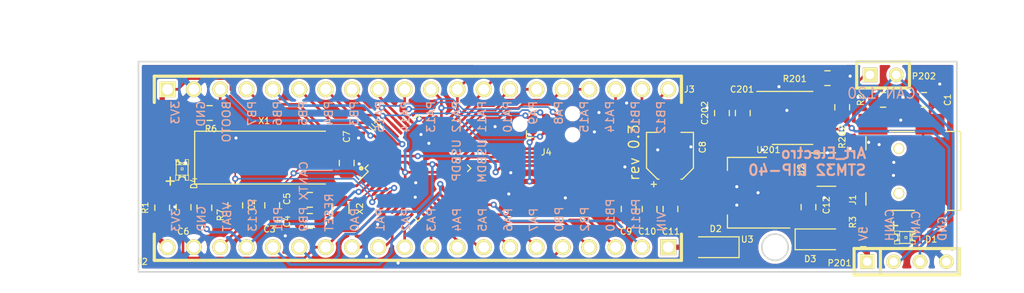
<source format=kicad_pcb>
(kicad_pcb (version 20171130) (host pcbnew "(5.1.4)-1")
  (title_block (title stm8s105c4-board) (rev 2.0) (company Art_Electro) (comment 2 Art_Electro) (comment 3 Art_Electro) (comment 4 Art_Electro))
  (layers (0 F.Cu signal) (31 B.Cu signal) (34 B.Paste user) (35 F.Paste user) (36 B.SilkS user) (37 F.SilkS user) (38 B.Mask user) (39 F.Mask user) (44 Edge.Cuts user))
  (net 0 "")
  (net 1 /BOOT0)
  (net 2 /D+)
  (net 3 /D-)
  (net 4 /PA0)
  (net 5 /PA1)
  (net 6 /PA10)
  (net 7 /PA11_USBDM)
  (net 8 /PA12_USBDP)
  (net 9 /PA2)
  (net 10 /PA3)
  (net 11 /PA4)
  (net 12 /PA5)
  (net 13 /PA6)
  (net 14 /PA7)
  (net 15 /PA8)
  (net 16 /PA9)
  (net 17 /PB0)
  (net 18 /PB1)
  (net 19 /PB10)
  (net 20 /PB11)
  (net 21 /PB12)
  (net 22 /PB13)
  (net 23 /PB14)
  (net 24 /PB15)
  (net 25 /PB2)
  (net 26 /PB5)
  (net 27 /PB6)
  (net 28 /PB7)
  (net 29 /PC13)
  (net 30 /PC14_OSC32_IN)
  (net 31 /PC15_OSC32_OUT)
  (net 32 /PD0)
  (net 33 /PD1)
  (net 34 /Reset)
  (net 35 /VBAT)
  (net 36 /VIN)
  (net 37 GND)
  (net 38 "Net-(C1-Pad2)")
  (net 39 /VCC)
  (net 40 "Net-(C12-Pad1)")
  (net 41 "Net-(D1-Pad1)")
  (net 42 /+5v)
  (net 43 "Net-(D4-Pad1)")
  (net 44 /CANTX)
  (net 45 /CANH)
  (net 46 /CANL)
  (net 47 "Net-(P202-Pad1)")
  (net 48 "Net-(R201-Pad1)")
  (net 49 /CANRX)
  (net 50 /PA13,TMS)
  (net 51 /PA14,TSK)
  (net 52 /PA15,TDI)
  (net 53 /PB3,TDO)
  (net 54 /PB4,NTRST)
  (module Crystal:Crystal_SMD_HC49-SD (layer F.Cu) (at 121.59 87.87)
    (fp_text reference X1 (at 0 -3.55) (layer F.SilkS) (effects (font (size 0.6 0.6) (thickness 0.1))))
    (fp_text value 8MHz)
    (pad 2 smd rect (at 4.25 0) (size 4.5 2) (layers F.Cu F.Paste F.Mask) (net 33 /PD1))
    (pad 1 smd rect (at -4.25 0) (size 4.5 2) (layers F.Cu F.Paste F.Mask) (net 32 /PD0))
  )
  (module mini48-stm32:SMD2012-2P (layer F.Cu) (at 128.91 92.81 90)
    (fp_text reference X2 (at 0.01 1.89 90) (layer F.SilkS) (effects (font (size 0.6 0.6) (thickness 0.1))))
    (fp_text value 32.768KHz)
    (pad 2 smd rect (at 0.75 0.05 180) (size 1.25 1) (layers F.Cu F.Paste F.Mask) (net 30 /PC14_OSC32_IN))
    (pad 1 smd rect (at -0.75 0 180) (size 1.25 1) (layers F.Cu F.Paste F.Mask) (net 31 /PC15_OSC32_OUT))
  )
  (module Package_TO_SOT_SMD:SOT-23-6 (layer F.Cu) (at 175.768 89.027)
    (fp_text reference U2 (at -2.448 0.053 90) (layer F.SilkS) (effects (font (size 0.6 0.6) (thickness 0.1))))
    (fp_text value NUF2101MT1G)
    (pad 5 smd rect (at 1.1 0) (size 1.06 0.65) (layers F.Cu F.Paste F.Mask) (net 42 /+5v))
    (pad 6 smd rect (at 1.1 -0.95) (size 1.06 0.65) (layers F.Cu F.Paste F.Mask) (net 2 /D+))
    (pad 4 smd rect (at 1.1 0.95) (size 1.06 0.65) (layers F.Cu F.Paste F.Mask) (net 3 /D-))
    (pad 3 smd rect (at -1.1 0.95) (size 1.06 0.65) (layers F.Cu F.Paste F.Mask) (net 7 /PA11_USBDM))
    (pad 2 smd rect (at -1.1 0) (size 1.06 0.65) (layers F.Cu F.Paste F.Mask) (net 37 GND))
    (pad 1 smd rect (at -1.1 -0.95) (size 1.06 0.65) (layers F.Cu F.Paste F.Mask) (net 8 /PA12_USBDP))
  )
  (module Diode_SMD:D_SOD-123 (layer F.Cu) (at 175.006 95.758)
    (fp_text reference D3 (at -0.796 1.892) (layer F.SilkS) (effects (font (size 0.6 0.6) (thickness 0.1))))
    (fp_text value DIODESCH)
    (pad 2 smd rect (at 1.65 0) (size 0.9 1.2) (layers F.Cu F.Paste F.Mask) (net 42 /+5v))
    (pad 1 smd rect (at -1.65 0) (size 0.9 1.2) (layers F.Cu F.Paste F.Mask) (net 40 "Net-(C12-Pad1)"))
  )
  (module Diode_SMD:D_SOD-123 (layer F.Cu) (at 165.1 96.52 180)
    (fp_text reference D2 (at 0 1.778) (layer F.SilkS) (effects (font (size 0.6 0.6) (thickness 0.1))))
    (fp_text value DIODESCH)
    (pad 2 smd rect (at 1.65 0 180) (size 0.9 1.2) (layers F.Cu F.Paste F.Mask) (net 36 /VIN))
    (pad 1 smd rect (at -1.65 0 180) (size 0.9 1.2) (layers F.Cu F.Paste F.Mask) (net 40 "Net-(C12-Pad1)"))
  )
  (module Package_QFP:LQFP-48_7x7mm_P0.5mm (layer F.Cu) (at 136.398 88.9 45)
    (fp_text reference U1 (at 0 -5.85 45) (layer F.SilkS) (effects (font (size 0.6 0.6) (thickness 0.1))))
    (fp_text value STM32F103C8)
    (pad 48 smd roundrect (at -2.75 -4.1625 45) (size 0.3 1.475) (layers F.Cu F.Paste F.Mask) (net 39 /VCC))
    (pad 47 smd roundrect (at -2.25 -4.1625 45) (size 0.3 1.475) (layers F.Cu F.Paste F.Mask) (net 37 GND))
    (pad 46 smd roundrect (at -1.75 -4.1625 45) (size 0.3 1.475) (layers F.Cu F.Paste F.Mask) (net 44 /CANTX))
    (pad 45 smd roundrect (at -1.25 -4.1625 45) (size 0.3 1.475) (layers F.Cu F.Paste F.Mask) (net 49 /CANRX))
    (pad 44 smd roundrect (at -0.75 -4.1625 45) (size 0.3 1.475) (layers F.Cu F.Paste F.Mask) (net 1 /BOOT0))
    (pad 43 smd roundrect (at -0.25 -4.1625 45) (size 0.3 1.475) (layers F.Cu F.Paste F.Mask) (net 28 /PB7))
    (pad 42 smd roundrect (at 0.25 -4.1625 45) (size 0.3 1.475) (layers F.Cu F.Paste F.Mask) (net 27 /PB6))
    (pad 41 smd roundrect (at 0.75 -4.1625 45) (size 0.3 1.475) (layers F.Cu F.Paste F.Mask) (net 26 /PB5))
    (pad 40 smd roundrect (at 1.25 -4.1625 45) (size 0.3 1.475) (layers F.Cu F.Paste F.Mask) (net 54 /PB4,NTRST))
    (pad 39 smd roundrect (at 1.75 -4.1625 45) (size 0.3 1.475) (layers F.Cu F.Paste F.Mask) (net 53 /PB3,TDO))
    (pad 38 smd roundrect (at 2.25 -4.1625 45) (size 0.3 1.475) (layers F.Cu F.Paste F.Mask) (net 52 /PA15,TDI))
    (pad 37 smd roundrect (at 2.75 -4.1625 45) (size 0.3 1.475) (layers F.Cu F.Paste F.Mask) (net 51 /PA14,TSK))
    (pad 36 smd roundrect (at 4.1625 -2.75 45) (size 1.475 0.3) (layers F.Cu F.Paste F.Mask) (net 39 /VCC))
    (pad 35 smd roundrect (at 4.1625 -2.25 45) (size 1.475 0.3) (layers F.Cu F.Paste F.Mask) (net 37 GND))
    (pad 34 smd roundrect (at 4.1625 -1.75 45) (size 1.475 0.3) (layers F.Cu F.Paste F.Mask) (net 50 /PA13,TMS))
    (pad 33 smd roundrect (at 4.1625 -1.25 45) (size 1.475 0.3) (layers F.Cu F.Paste F.Mask) (net 8 /PA12_USBDP))
    (pad 32 smd roundrect (at 4.1625 -0.75 45) (size 1.475 0.3) (layers F.Cu F.Paste F.Mask) (net 7 /PA11_USBDM))
    (pad 31 smd roundrect (at 4.1625 -0.25 45) (size 1.475 0.3) (layers F.Cu F.Paste F.Mask) (net 6 /PA10))
    (pad 30 smd roundrect (at 4.1625 0.25 45) (size 1.475 0.3) (layers F.Cu F.Paste F.Mask) (net 16 /PA9))
    (pad 29 smd roundrect (at 4.1625 0.75 45) (size 1.475 0.3) (layers F.Cu F.Paste F.Mask) (net 15 /PA8))
    (pad 28 smd roundrect (at 4.1625 1.25 45) (size 1.475 0.3) (layers F.Cu F.Paste F.Mask) (net 24 /PB15))
    (pad 27 smd roundrect (at 4.1625 1.75 45) (size 1.475 0.3) (layers F.Cu F.Paste F.Mask) (net 23 /PB14))
    (pad 26 smd roundrect (at 4.1625 2.25 45) (size 1.475 0.3) (layers F.Cu F.Paste F.Mask) (net 22 /PB13))
    (pad 25 smd roundrect (at 4.1625 2.75 45) (size 1.475 0.3) (layers F.Cu F.Paste F.Mask) (net 21 /PB12))
    (pad 24 smd roundrect (at 2.75 4.1625 45) (size 0.3 1.475) (layers F.Cu F.Paste F.Mask) (net 39 /VCC))
    (pad 23 smd roundrect (at 2.25 4.1625 45) (size 0.3 1.475) (layers F.Cu F.Paste F.Mask) (net 37 GND))
    (pad 22 smd roundrect (at 1.75 4.1625 45) (size 0.3 1.475) (layers F.Cu F.Paste F.Mask) (net 20 /PB11))
    (pad 21 smd roundrect (at 1.25 4.1625 45) (size 0.3 1.475) (layers F.Cu F.Paste F.Mask) (net 19 /PB10))
    (pad 20 smd roundrect (at 0.75 4.1625 45) (size 0.3 1.475) (layers F.Cu F.Paste F.Mask) (net 25 /PB2))
    (pad 19 smd roundrect (at 0.25 4.1625 45) (size 0.3 1.475) (layers F.Cu F.Paste F.Mask) (net 18 /PB1))
    (pad 18 smd roundrect (at -0.25 4.1625 45) (size 0.3 1.475) (layers F.Cu F.Paste F.Mask) (net 17 /PB0))
    (pad 17 smd roundrect (at -0.75 4.1625 45) (size 0.3 1.475) (layers F.Cu F.Paste F.Mask) (net 14 /PA7))
    (pad 16 smd roundrect (at -1.25 4.1625 45) (size 0.3 1.475) (layers F.Cu F.Paste F.Mask) (net 13 /PA6))
    (pad 15 smd roundrect (at -1.75 4.1625 45) (size 0.3 1.475) (layers F.Cu F.Paste F.Mask) (net 12 /PA5))
    (pad 14 smd roundrect (at -2.25 4.1625 45) (size 0.3 1.475) (layers F.Cu F.Paste F.Mask) (net 11 /PA4))
    (pad 13 smd roundrect (at -2.75 4.1625 45) (size 0.3 1.475) (layers F.Cu F.Paste F.Mask) (net 10 /PA3))
    (pad 12 smd roundrect (at -4.1625 2.75 45) (size 1.475 0.3) (layers F.Cu F.Paste F.Mask) (net 9 /PA2))
    (pad 11 smd roundrect (at -4.1625 2.25 45) (size 1.475 0.3) (layers F.Cu F.Paste F.Mask) (net 5 /PA1))
    (pad 10 smd roundrect (at -4.1625 1.75 45) (size 1.475 0.3) (layers F.Cu F.Paste F.Mask) (net 4 /PA0))
    (pad 9 smd roundrect (at -4.1625 1.25 45) (size 1.475 0.3) (layers F.Cu F.Paste F.Mask) (net 39 /VCC))
    (pad 8 smd roundrect (at -4.1625 0.75 45) (size 1.475 0.3) (layers F.Cu F.Paste F.Mask) (net 37 GND))
    (pad 7 smd roundrect (at -4.1625 0.25 45) (size 1.475 0.3) (layers F.Cu F.Paste F.Mask) (net 34 /Reset))
    (pad 6 smd roundrect (at -4.1625 -0.25 45) (size 1.475 0.3) (layers F.Cu F.Paste F.Mask) (net 33 /PD1))
    (pad 5 smd roundrect (at -4.1625 -0.75 45) (size 1.475 0.3) (layers F.Cu F.Paste F.Mask) (net 32 /PD0))
    (pad 4 smd roundrect (at -4.1625 -1.25 45) (size 1.475 0.3) (layers F.Cu F.Paste F.Mask) (net 31 /PC15_OSC32_OUT))
    (pad 3 smd roundrect (at -4.1625 -1.75 45) (size 1.475 0.3) (layers F.Cu F.Paste F.Mask) (net 30 /PC14_OSC32_IN))
    (pad 2 smd roundrect (at -4.1625 -2.25 45) (size 1.475 0.3) (layers F.Cu F.Paste F.Mask) (net 29 /PC13))
    (pad 1 smd roundrect (at -4.1625 -2.75 45) (size 1.475 0.3) (layers F.Cu F.Paste F.Mask) (net 35 /VBAT))
  )
  (module Capacitor_SMD:CP_Elec_4x5.3 (layer F.Cu) (at 160.693 87.6931 90)
    (fp_text reference C8 (at 0.8251 3.137 90) (layer F.SilkS) (effects (font (size 0.6 0.6) (thickness 0.1))))
    (fp_text value 47uF)
    (pad 2 smd roundrect (at 1.8 0 90) (size 2.6 1.6) (layers F.Cu F.Paste F.Mask) (roundrect_rratio 0.15625) (net 37 GND))
    (pad 1 smd roundrect (at -1.8 0 90) (size 2.6 1.6) (layers F.Cu F.Paste F.Mask) (roundrect_rratio 0.15625) (net 39 /VCC))
  )
  (module Package_SO:SO-8_3.9x4.9mm_P1.27mm (layer F.Cu) (at 172.51 84.04)
    (fp_text reference U201 (at -2.33 3.082) (layer F.SilkS) (effects (font (size 0.6 0.6) (thickness 0.1))))
    (fp_text value SN65HVD230)
    (pad 8 smd roundrect (at 2.575 -1.905) (size 1.75 0.6) (layers F.Cu F.Paste F.Mask) (net 48 "Net-(R201-Pad1)"))
    (pad 7 smd roundrect (at 2.575 -0.635) (size 1.75 0.6) (layers F.Cu F.Paste F.Mask) (net 45 /CANH))
    (pad 6 smd roundrect (at 2.575 0.635) (size 1.75 0.6) (layers F.Cu F.Paste F.Mask) (net 46 /CANL))
    (pad 5 smd roundrect (at 2.575 1.905) (size 1.75 0.6) (layers F.Cu F.Paste F.Mask))
    (pad 4 smd roundrect (at -2.575 1.905) (size 1.75 0.6) (layers F.Cu F.Paste F.Mask) (net 49 /CANRX))
    (pad 3 smd roundrect (at -2.575 0.635) (size 1.75 0.6) (layers F.Cu F.Paste F.Mask) (net 39 /VCC))
    (pad 2 smd roundrect (at -2.575 -0.635) (size 1.75 0.6) (layers F.Cu F.Paste F.Mask) (net 37 GND))
    (pad 1 smd roundrect (at -2.575 -1.905) (size 1.75 0.6) (layers F.Cu F.Paste F.Mask) (net 44 /CANTX))
  )
  (module Package_TO_SOT_SMD:SOT-223 (layer F.Cu) (at 168.14 91.26 180)
    (fp_text reference U3 (at 0 -4.5) (layer F.SilkS) (effects (font (size 0.6 0.6) (thickness 0.1))))
    (fp_text value LM2937)
    (pad 1 smd rect (at -3.15 -2.3 180) (size 2 1.5) (layers F.Cu F.Paste F.Mask) (net 40 "Net-(C12-Pad1)"))
    (pad 3 smd rect (at -3.15 2.3 180) (size 2 1.5) (layers F.Cu F.Paste F.Mask) (net 39 /VCC))
    (pad 2 smd rect (at -3.15 0 180) (size 2 1.5) (layers F.Cu F.Paste F.Mask) (net 37 GND))
    (pad 4 smd rect (at 3.15 0 180) (size 2 3.8) (layers F.Cu F.Paste F.Mask) (net 37 GND))
  )
  (module Resistor_SMD:R_0805_2012Metric (layer F.Cu) (at 177.29 83.01 270)
    (fp_text reference R202 (at 2.842 -0.002 90) (layer F.SilkS) (effects (font (size 0.6 0.6) (thickness 0.1))))
    (fp_text value 120)
    (pad 2 smd roundrect (at 0.9375 0 270) (size 0.975 1.4) (layers F.Cu F.Paste F.Mask) (net 45 /CANH))
    (pad 1 smd roundrect (at -0.9375 0 270) (size 0.975 1.4) (layers F.Cu F.Paste F.Mask) (net 47 "Net-(P202-Pad1)"))
  )
  (module Resistor_SMD:R_0805_2012Metric (layer F.Cu) (at 175.87 80.2)
    (fp_text reference R201 (at -3.15 0.064) (layer F.SilkS) (effects (font (size 0.6 0.6) (thickness 0.1))))
    (fp_text value 10k)
    (pad 2 smd roundrect (at 0.9375 0) (size 0.975 1.4) (layers F.Cu F.Paste F.Mask) (net 37 GND))
    (pad 1 smd roundrect (at -0.9375 0) (size 0.975 1.4) (layers F.Cu F.Paste F.Mask) (net 48 "Net-(R201-Pad1)"))
  )
  (module Resistor_SMD:R_0805_2012Metric (layer F.Cu) (at 115.824 92.71 90)
    (fp_text reference R7 (at -0.71 1.556 270) (layer F.SilkS) (effects (font (size 0.6 0.6) (thickness 0.1))))
    (fp_text value 1k)
    (pad 2 smd roundrect (at 0.9375 0 90) (size 0.975 1.4) (layers F.Cu F.Paste F.Mask) (net 43 "Net-(D4-Pad1)"))
    (pad 1 smd roundrect (at -0.9375 0 90) (size 0.975 1.4) (layers F.Cu F.Paste F.Mask) (net 29 /PC13))
  )
  (module Resistor_SMD:R_0805_2012Metric (layer F.Cu) (at 116.332 83.566)
    (fp_text reference R6 (at 0.127 1.524) (layer F.SilkS) (effects (font (size 0.6 0.6) (thickness 0.1))))
    (fp_text value 10k)
    (pad 2 smd roundrect (at 0.9375 0) (size 0.975 1.4) (layers F.Cu F.Paste F.Mask) (net 1 /BOOT0))
    (pad 1 smd roundrect (at -0.9375 0) (size 0.975 1.4) (layers F.Cu F.Paste F.Mask) (net 37 GND))
  )
  (module Resistor_SMD:R_0805_2012Metric (layer F.Cu) (at 179.324 95.758)
    (fp_text reference R3 (at -1.016 -1.65 90) (layer F.SilkS) (effects (font (size 0.6 0.6) (thickness 0.1))))
    (fp_text value 1k)
    (pad 2 smd roundrect (at 0.9375 0) (size 0.975 1.4) (layers F.Cu F.Paste F.Mask) (net 41 "Net-(D1-Pad1)"))
    (pad 1 smd roundrect (at -0.9375 0) (size 0.975 1.4) (layers F.Cu F.Paste F.Mask) (net 42 /+5v))
  )
  (module Resistor_SMD:R_0805_2012Metric (layer F.Cu) (at 181.23 82.296)
    (fp_text reference R2 (at -2.16 0 90) (layer F.SilkS) (effects (font (size 0.6 0.6) (thickness 0.1))))
    (fp_text value 1M)
    (pad 2 smd roundrect (at 0.9375 0) (size 0.975 1.4) (layers F.Cu F.Paste F.Mask) (net 37 GND))
    (pad 1 smd roundrect (at -0.9375 0) (size 0.975 1.4) (layers F.Cu F.Paste F.Mask) (net 38 "Net-(C1-Pad2)"))
  )
  (module Resistor_SMD:R_0805_2012Metric (layer F.Cu) (at 111.76 92.71 90)
    (fp_text reference R1 (at 0 -1.65 90) (layer F.SilkS) (effects (font (size 0.6 0.6) (thickness 0.1))))
    (fp_text value 1k)
    (pad 2 smd roundrect (at 0.9375 0 90) (size 0.975 1.4) (layers F.Cu F.Paste F.Mask) (net 39 /VCC))
    (pad 1 smd roundrect (at -0.9375 0 90) (size 0.975 1.4) (layers F.Cu F.Paste F.Mask) (net 34 /Reset))
  )
  (module Capacitor_SMD:C_0805_2012Metric (layer F.Cu) (at 165.7 83.57 90)
    (fp_text reference C202 (at 0 -1.65 90) (layer F.SilkS) (effects (font (size 0.6 0.6) (thickness 0.1))))
    (fp_text value 4.7uF)
    (pad 2 smd roundrect (at 0.9375 0 90) (size 0.975 1.4) (layers F.Cu F.Paste F.Mask) (net 37 GND))
    (pad 1 smd roundrect (at -0.9375 0 90) (size 0.975 1.4) (layers F.Cu F.Paste F.Mask) (net 39 /VCC))
  )
  (module Capacitor_SMD:C_0805_2012Metric (layer F.Cu) (at 167.71 83.57 270)
    (fp_text reference C201 (at -2.29 0.07 180) (layer F.SilkS) (effects (font (size 0.6 0.6) (thickness 0.1))))
    (fp_text value 0.1uF)
    (pad 2 smd roundrect (at 0.9375 0 270) (size 0.975 1.4) (layers F.Cu F.Paste F.Mask) (net 39 /VCC))
    (pad 1 smd roundrect (at -0.9375 0 270) (size 0.975 1.4) (layers F.Cu F.Paste F.Mask) (net 37 GND))
  )
  (module Capacitor_SMD:C_0805_2012Metric (layer F.Cu) (at 174.04 92.65 90)
    (fp_text reference C12 (at 0.194 1.728 90) (layer F.SilkS) (effects (font (size 0.6 0.6) (thickness 0.1))))
    (fp_text value 10uF)
    (pad 2 smd roundrect (at 0.9375 0 90) (size 0.975 1.4) (layers F.Cu F.Paste F.Mask) (net 37 GND))
    (pad 1 smd roundrect (at -0.9375 0 90) (size 0.975 1.4) (layers F.Cu F.Paste F.Mask) (net 40 "Net-(C12-Pad1)"))
  )
  (module Capacitor_SMD:C_0805_2012Metric (layer F.Cu) (at 160.74 92.83 270)
    (fp_text reference C11 (at 2.166 -0.042 180) (layer F.SilkS) (effects (font (size 0.6 0.6) (thickness 0.1))))
    (fp_text value 1uF)
    (pad 2 smd roundrect (at 0.9375 0 270) (size 0.975 1.4) (layers F.Cu F.Paste F.Mask) (net 37 GND))
    (pad 1 smd roundrect (at -0.9375 0 270) (size 0.975 1.4) (layers F.Cu F.Paste F.Mask) (net 39 /VCC))
  )
  (module Capacitor_SMD:C_0805_2012Metric (layer F.Cu) (at 158.73 92.8375 270)
    (fp_text reference C10 (at 2.1585 0.234 180) (layer F.SilkS) (effects (font (size 0.6 0.6) (thickness 0.1))))
    (fp_text value 1uF)
    (pad 2 smd roundrect (at 0.9375 0 270) (size 0.975 1.4) (layers F.Cu F.Paste F.Mask) (net 37 GND))
    (pad 1 smd roundrect (at -0.9375 0 270) (size 0.975 1.4) (layers F.Cu F.Paste F.Mask) (net 39 /VCC))
  )
  (module Capacitor_SMD:C_0805_2012Metric (layer F.Cu) (at 156.71 92.83 270)
    (fp_text reference C9 (at 2.166 0.246 180) (layer F.SilkS) (effects (font (size 0.6 0.6) (thickness 0.1))))
    (fp_text value 0.1uF)
    (pad 2 smd roundrect (at 0.9375 0 270) (size 0.975 1.4) (layers F.Cu F.Paste F.Mask) (net 37 GND))
    (pad 1 smd roundrect (at -0.9375 0 270) (size 0.975 1.4) (layers F.Cu F.Paste F.Mask) (net 39 /VCC))
  )
  (module Capacitor_SMD:C_0805_2012Metric (layer F.Cu) (at 129.54 88.392 270)
    (fp_text reference C7 (at -2.54 0 90) (layer F.SilkS) (effects (font (size 0.6 0.6) (thickness 0.1))))
    (fp_text value 1uF)
    (pad 2 smd roundrect (at 0.9375 0 270) (size 0.975 1.4) (layers F.Cu F.Paste F.Mask) (net 37 GND))
    (pad 1 smd roundrect (at -0.9375 0 270) (size 0.975 1.4) (layers F.Cu F.Paste F.Mask) (net 39 /VCC))
  )
  (module Capacitor_SMD:C_0805_2012Metric (layer F.Cu) (at 113.82 92.66 270)
    (fp_text reference C6 (at 2.336 0.028) (layer F.SilkS) (effects (font (size 0.6 0.6) (thickness 0.1))))
    (fp_text value 100nF)
    (pad 2 smd roundrect (at 0.9375 0 270) (size 0.975 1.4) (layers F.Cu F.Paste F.Mask) (net 34 /Reset))
    (pad 1 smd roundrect (at -0.9375 0 270) (size 0.975 1.4) (layers F.Cu F.Paste F.Mask) (net 37 GND))
  )
  (module Capacitor_SMD:C_0805_2012Metric (layer F.Cu) (at 125.984 91.948)
    (fp_text reference C5 (at -2.2 -0.1 270) (layer F.SilkS) (effects (font (size 0.6 0.6) (thickness 0.1))))
    (fp_text value 12pF)
    (pad 2 smd roundrect (at 0.9375 0) (size 0.975 1.4) (layers F.Cu F.Paste F.Mask) (net 30 /PC14_OSC32_IN))
    (pad 1 smd roundrect (at -0.9375 0) (size 0.975 1.4) (layers F.Cu F.Paste F.Mask) (net 37 GND))
  )
  (module Capacitor_SMD:C_0805_2012Metric (layer F.Cu) (at 125.984 93.98)
    (fp_text reference C4 (at -2.21 0.05 270) (layer F.SilkS) (effects (font (size 0.6 0.6) (thickness 0.1))))
    (fp_text value 12pF)
    (pad 2 smd roundrect (at 0.9375 0) (size 0.975 1.4) (layers F.Cu F.Paste F.Mask) (net 31 /PC15_OSC32_OUT))
    (pad 1 smd roundrect (at -0.9375 0) (size 0.975 1.4) (layers F.Cu F.Paste F.Mask) (net 37 GND))
  )
  (module Capacitor_SMD:C_0805_2012Metric (layer F.Cu) (at 122.36 92.48 90)
    (fp_text reference C3 (at -2.3 -0.26 180) (layer F.SilkS) (effects (font (size 0.6 0.6) (thickness 0.1))))
    (fp_text value 18pF)
    (pad 2 smd roundrect (at 0.9375 0 90) (size 0.975 1.4) (layers F.Cu F.Paste F.Mask) (net 33 /PD1))
    (pad 1 smd roundrect (at -0.9375 0 90) (size 0.975 1.4) (layers F.Cu F.Paste F.Mask) (net 37 GND))
  )
  (module Capacitor_SMD:C_0805_2012Metric (layer F.Cu) (at 118.8 92.48 90)
    (fp_text reference C2 (at 0.044 1.579 270) (layer F.SilkS) (effects (font (size 0.6 0.6) (thickness 0.1))))
    (fp_text value 18pF)
    (pad 2 smd roundrect (at 0.9375 0 90) (size 0.975 1.4) (layers F.Cu F.Paste F.Mask) (net 32 /PD0))
    (pad 1 smd roundrect (at -0.9375 0 90) (size 0.975 1.4) (layers F.Cu F.Paste F.Mask) (net 37 GND))
  )
  (module Capacitor_SMD:C_0805_2012Metric (layer F.Cu) (at 185.166 82.296)
    (fp_text reference C1 (at 2.286 0 90) (layer F.SilkS) (effects (font (size 0.6 0.6) (thickness 0.1))))
    (fp_text value 4700pF)
    (pad 2 smd roundrect (at 0.9375 0) (size 0.975 1.4) (layers F.Cu F.Paste F.Mask) (net 38 "Net-(C1-Pad2)"))
    (pad 1 smd roundrect (at -0.9375 0) (size 0.975 1.4) (layers F.Cu F.Paste F.Mask) (net 37 GND))
  )
  (module Connector:Tag-Connect_TC2030-IDC-NL_2x03_P1.27mm_Vertical (layer F.Cu) (at 148.77 84.65)
    (fp_text reference J4 (at 0 2.7) (layer F.SilkS) (effects (font (size 0.6 0.6) (thickness 0.1))))
    (fp_text value Conn_02x03_Odd_Even)
    (pad "" np_thru_hole circle (at 2.54 -1.016) (size 0.9906 0.9906) (drill 0.9906) (layers *.Cu *.Mask))
    (pad "" np_thru_hole circle (at 2.54 1.016) (size 0.9906 0.9906) (drill 0.9906) (layers *.Cu *.Mask))
    (pad "" np_thru_hole circle (at -2.54 0) (size 0.9906 0.9906) (drill 0.9906) (layers *.Cu *.Mask))
    (pad 1 connect circle (at -1.27 0.635) (size 0.7874 0.7874) (layers F.Cu F.Mask) (net 39 /VCC))
    (pad 2 connect circle (at -1.27 -0.635) (size 0.7874 0.7874) (layers F.Cu F.Mask) (net 50 /PA13,TMS))
    (pad 3 connect circle (at 0 0.635) (size 0.7874 0.7874) (layers F.Cu F.Mask) (net 54 /PB4,NTRST))
    (pad 4 connect circle (at 0 -0.635) (size 0.7874 0.7874) (layers F.Cu F.Mask) (net 51 /PA14,TSK))
    (pad 5 connect circle (at 1.27 0.635) (size 0.7874 0.7874) (layers F.Cu F.Mask) (net 37 GND))
    (pad 6 connect circle (at 1.27 -0.635) (size 0.7874 0.7874) (layers F.Cu F.Mask) (net 53 /PB3,TDO))
  )
  (module mini48-stm32:PIN_ARRAY_20X1 (layer F.Cu) (at 136.398 81.28)
    (fp_text reference J3 (at 26.162 0) (layer F.SilkS) (effects (font (size 0.6 0.6) (thickness 0.1))))
    (fp_text value Conn_01x20 hide)
    (pad 20 thru_hole circle (at 24.13 0) (size 1.524 1.524) (drill 1.016) (layers *.Cu *.Mask F.SilkS) (net 21 /PB12))
    (pad 5 thru_hole circle (at -13.97 0) (size 1.524 1.524) (drill 1.016) (layers *.Cu *.Mask F.SilkS) (net 27 /PB6))
    (pad 4 thru_hole circle (at -16.51 0) (size 1.524 1.524) (drill 1.016) (layers *.Cu *.Mask F.SilkS) (net 28 /PB7))
    (pad 3 thru_hole circle (at -19.05 0) (size 1.524 1.524) (drill 1.016) (layers *.Cu *.Mask F.SilkS) (net 1 /BOOT0))
    (pad 2 thru_hole circle (at -21.59 0) (size 1.524 1.524) (drill 1.016) (layers *.Cu *.Mask F.SilkS) (net 37 GND))
    (pad 19 thru_hole circle (at 21.59 0) (size 1.524 1.524) (drill 1.016) (layers *.Cu *.Mask F.SilkS) (net 22 /PB13))
    (pad 18 thru_hole circle (at 19.05 0) (size 1.524 1.524) (drill 1.016) (layers *.Cu *.Mask F.SilkS) (net 23 /PB14))
    (pad 17 thru_hole circle (at 16.51 0) (size 1.524 1.524) (drill 1.016) (layers *.Cu *.Mask F.SilkS) (net 24 /PB15))
    (pad 16 thru_hole circle (at 13.97 0) (size 1.524 1.524) (drill 1.016) (layers *.Cu *.Mask F.SilkS) (net 15 /PA8))
    (pad 15 thru_hole circle (at 11.43 0) (size 1.524 1.524) (drill 1.016) (layers *.Cu *.Mask F.SilkS) (net 16 /PA9))
    (pad 14 thru_hole circle (at 8.89 0) (size 1.524 1.524) (drill 1.016) (layers *.Cu *.Mask F.SilkS) (net 6 /PA10))
    (pad 13 thru_hole circle (at 6.35 0) (size 1.524 1.524) (drill 1.016) (layers *.Cu *.Mask F.SilkS) (net 7 /PA11_USBDM))
    (pad 12 thru_hole circle (at 3.81 0) (size 1.524 1.524) (drill 1.016) (layers *.Cu *.Mask F.SilkS) (net 8 /PA12_USBDP))
    (pad 11 thru_hole circle (at 1.27 0) (size 1.524 1.524) (drill 1.016) (layers *.Cu *.Mask F.SilkS) (net 50 /PA13,TMS))
    (pad 10 thru_hole circle (at -1.27 0) (size 1.524 1.524) (drill 1.016) (layers *.Cu *.Mask F.SilkS) (net 51 /PA14,TSK))
    (pad 9 thru_hole circle (at -3.81 0) (size 1.524 1.524) (drill 1.016) (layers *.Cu *.Mask F.SilkS) (net 52 /PA15,TDI))
    (pad 8 thru_hole circle (at -6.35 0) (size 1.524 1.524) (drill 1.016) (layers *.Cu *.Mask F.SilkS) (net 53 /PB3,TDO))
    (pad 7 thru_hole circle (at -8.89 0) (size 1.524 1.524) (drill 1.016) (layers *.Cu *.Mask F.SilkS) (net 54 /PB4,NTRST))
    (pad 6 thru_hole circle (at -11.43 0) (size 1.524 1.524) (drill 1.016) (layers *.Cu *.Mask F.SilkS) (net 26 /PB5))
    (pad 1 thru_hole rect (at -24.13 0) (size 1.524 1.524) (drill 1.016) (layers *.Cu *.Mask F.SilkS) (net 39 /VCC))
  )
  (module mini48-stm32:PIN_ARRAY_20X1 (layer F.Cu) (at 136.398 96.52 180)
    (fp_text reference J2 (at 26.543 -1.397) (layer F.SilkS) (effects (font (size 0.6 0.6) (thickness 0.1))))
    (fp_text value Conn_01x20 hide)
    (pad 20 thru_hole circle (at 24.13 0 180) (size 1.524 1.524) (drill 1.016) (layers *.Cu *.Mask F.SilkS) (net 39 /VCC))
    (pad 5 thru_hole circle (at -13.97 0 180) (size 1.524 1.524) (drill 1.016) (layers *.Cu *.Mask F.SilkS) (net 17 /PB0))
    (pad 4 thru_hole circle (at -16.51 0 180) (size 1.524 1.524) (drill 1.016) (layers *.Cu *.Mask F.SilkS) (net 25 /PB2))
    (pad 3 thru_hole circle (at -19.05 0 180) (size 1.524 1.524) (drill 1.016) (layers *.Cu *.Mask F.SilkS) (net 19 /PB10))
    (pad 2 thru_hole circle (at -21.59 0 180) (size 1.524 1.524) (drill 1.016) (layers *.Cu *.Mask F.SilkS) (net 20 /PB11))
    (pad 19 thru_hole circle (at 21.59 0 180) (size 1.524 1.524) (drill 1.016) (layers *.Cu *.Mask F.SilkS) (net 37 GND))
    (pad 18 thru_hole circle (at 19.05 0 180) (size 1.524 1.524) (drill 1.016) (layers *.Cu *.Mask F.SilkS) (net 35 /VBAT))
    (pad 17 thru_hole circle (at 16.51 0 180) (size 1.524 1.524) (drill 1.016) (layers *.Cu *.Mask F.SilkS) (net 29 /PC13))
    (pad 16 thru_hole circle (at 13.97 0 180) (size 1.524 1.524) (drill 1.016) (layers *.Cu *.Mask F.SilkS) (net 18 /PB1))
    (pad 15 thru_hole circle (at 11.43 0 180) (size 1.524 1.524) (drill 1.016) (layers *.Cu *.Mask F.SilkS) (net 44 /CANTX))
    (pad 14 thru_hole circle (at 8.89 0 180) (size 1.524 1.524) (drill 1.016) (layers *.Cu *.Mask F.SilkS) (net 34 /Reset))
    (pad 13 thru_hole circle (at 6.35 0 180) (size 1.524 1.524) (drill 1.016) (layers *.Cu *.Mask F.SilkS) (net 4 /PA0))
    (pad 12 thru_hole circle (at 3.81 0 180) (size 1.524 1.524) (drill 1.016) (layers *.Cu *.Mask F.SilkS) (net 5 /PA1))
    (pad 11 thru_hole circle (at 1.27 0 180) (size 1.524 1.524) (drill 1.016) (layers *.Cu *.Mask F.SilkS) (net 9 /PA2))
    (pad 10 thru_hole circle (at -1.27 0 180) (size 1.524 1.524) (drill 1.016) (layers *.Cu *.Mask F.SilkS) (net 10 /PA3))
    (pad 9 thru_hole circle (at -3.81 0 180) (size 1.524 1.524) (drill 1.016) (layers *.Cu *.Mask F.SilkS) (net 11 /PA4))
    (pad 8 thru_hole circle (at -6.35 0 180) (size 1.524 1.524) (drill 1.016) (layers *.Cu *.Mask F.SilkS) (net 12 /PA5))
    (pad 7 thru_hole circle (at -8.89 0 180) (size 1.524 1.524) (drill 1.016) (layers *.Cu *.Mask F.SilkS) (net 13 /PA6))
    (pad 6 thru_hole circle (at -11.43 0 180) (size 1.524 1.524) (drill 1.016) (layers *.Cu *.Mask F.SilkS) (net 14 /PA7))
    (pad 1 thru_hole rect (at -24.13 0 180) (size 1.524 1.524) (drill 1.016) (layers *.Cu *.Mask F.SilkS) (net 36 /VIN))
  )
  (module MINI-USB-5P-3400020P1 (layer F.Cu) (at 184.15 89.154 90)
    (fp_text reference J1 (at -2.794 -5.842 90) (layer F.SilkS) (effects (font (size 0.6 0.6) (thickness 0.1))))
    (fp_text value MINI-USB hide)
    (pad "" thru_hole circle (at 2.159 -1.397 180) (size 1.016 1.016) (drill 0.762) (layers *.Cu *.Mask F.SilkS))
    (pad "" thru_hole circle (at -2.159 -1.397 180) (size 1.016 1.016) (drill 0.762) (layers *.Cu *.Mask F.SilkS))
    (pad 6 smd rect (at 4.5 -3.897 180) (size 2.794 2) (layers F.Cu F.Paste F.Mask) (net 38 "Net-(C1-Pad2)"))
    (pad 6 smd rect (at -4.5 -3.897 180) (size 2.794 2) (layers F.Cu F.Paste F.Mask) (net 38 "Net-(C1-Pad2)"))
    (pad 6 smd rect (at 4.5 1.603 180) (size 2.794 2) (layers F.Cu F.Paste F.Mask) (net 38 "Net-(C1-Pad2)"))
    (pad 6 smd rect (at -4.5 1.603 180) (size 2.794 2) (layers F.Cu F.Paste F.Mask) (net 38 "Net-(C1-Pad2)"))
    (pad 5 smd rect (at 1.6 -4.191 90) (size 0.508 2.54) (layers F.Cu F.Paste F.Mask) (net 37 GND))
    (pad 4 smd rect (at 0.8 -4.191 90) (size 0.508 2.54) (layers F.Cu F.Paste F.Mask))
    (pad 3 smd rect (at 0 -4.191 90) (size 0.508 2.54) (layers F.Cu F.Paste F.Mask) (net 2 /D+))
    (pad 2 smd rect (at -0.8 -4.191 90) (size 0.508 2.54) (layers F.Cu F.Paste F.Mask) (net 3 /D-))
    (pad 1 smd rect (at -1.6 -4.191 90) (size 0.508 2.54) (layers F.Cu F.Paste F.Mask) (net 42 /+5v))
  )
  (module LED-0805_A (layer F.Cu) (at 113.68 89.06 90)
    (fp_text reference D4 (at -1.27 1.143 270) (layer F.SilkS) (effects (font (size 0.6 0.6) (thickness 0.1))))
    (fp_text value BLUE hide)
    (pad 1 smd rect (at -1.04902 0 90) (size 1.19888 1.19888) (layers F.Cu F.Paste F.Mask) (net 43 "Net-(D4-Pad1)"))
    (pad 2 smd rect (at 1.04902 0 90) (size 1.19888 1.19888) (layers F.Cu F.Paste F.Mask) (net 37 GND))
  )
  (module LED-0805_A (layer F.Cu) (at 183.33 95.58)
    (fp_text reference D1 (at 2.54 0.178) (layer F.SilkS) (effects (font (size 0.6 0.6) (thickness 0.1))))
    (fp_text value GREEN hide)
    (pad 1 smd rect (at -1.04902 0) (size 1.19888 1.19888) (layers F.Cu F.Paste F.Mask) (net 41 "Net-(D1-Pad1)"))
    (pad 2 smd rect (at 1.04902 0) (size 1.19888 1.19888) (layers F.Cu F.Paste F.Mask) (net 37 GND))
  )
  (module SIL-4 (layer F.Cu) (at 183.515 97.917)
    (fp_text reference P201 (at -6.477 0.127) (layer F.SilkS) (effects (font (size 0.6 0.6) (thickness 0.1))))
    (fp_text value CONN_4 hide)
    (pad 1 thru_hole rect (at -3.81 0) (size 1.397 1.397) (drill 0.8128) (layers *.Cu *.Mask F.SilkS) (net 42 /+5v))
    (pad 2 thru_hole circle (at -1.27 0) (size 1.397 1.397) (drill 0.8128) (layers *.Cu *.Mask F.SilkS) (net 45 /CANH))
    (pad 3 thru_hole circle (at 1.27 0) (size 1.397 1.397) (drill 0.8128) (layers *.Cu *.Mask F.SilkS) (net 46 /CANL))
    (pad 4 thru_hole circle (at 3.81 0) (size 1.397 1.397) (drill 0.8128) (layers *.Cu *.Mask F.SilkS) (net 37 GND))
  )
  (module JUMPER-2 (layer F.Cu) (at 181.229 79.883)
    (fp_text reference P202 (at 3.937 0.127) (layer F.SilkS) (effects (font (size 0.6 0.6) (thickness 0.1))))
    (fp_text value JUMPER hide)
    (pad 1 thru_hole rect (at -1.27 0) (size 1.397 1.397) (drill 0.8128) (layers *.Cu *.Mask F.SilkS) (net 47 "Net-(P202-Pad1)"))
    (pad 2 thru_hole circle (at 1.27 0) (size 1.397 1.397) (drill 0.8128) (layers *.Cu *.Mask F.SilkS) (net 46 /CANL))
  )
  (gr_text "3V3\n\nGND\n\nBOOTO\n\nPB7\n\nPB6\n\nPB5\n\nPB4\n\nPB3\n\nPA15\n\nPA14\n\nPA13\n\nPA12 USBDP\n\nPA11 USBDM\n\nPA10\n\nPA9\n\nPA8\n\nPA15\n\nPA14\n\nPB13\n\nPB12" (at 136.43 82.31 90) (layer B.SilkS) (effects (font (size 0.765 0.81788) (thickness 0.127)) (justify left mirror)))
  (gr_circle (center 170.815 96.52) (end 172.085 96.52) (layer Edge.Cuts) (width 0.15))
  (gr_text "5V\n\nCANH\n\nCANL\n\nGND" (at 183.134 96.012 90) (layer B.SilkS) (effects (font (size 0.7874 0.7874) (thickness 0.127)) (justify right mirror)))
  (gr_text "CAN 120" (at 181.0766 81.661) (layer B.SilkS) (effects (font (size 1.016 1.016) (thickness 0.127)) (justify mirror)))
  (gr_text "3V3\n\nGND\n\nVBAT\n\nPC13\n\nPB1\n\nCANTX PB9\n\nRESET\n\nPA0\n\nPA1\n\nPA2\n\nPA3\n\nPA4\n\nPA5\n\nPA6\n\nPA7\n\nPB0\n\nPB2\n\nPB10\n\nPB11\n\nVIN" (at 136.48 95.11 90) (layer B.SilkS) (effects (font (size 0.765 0.81788) (thickness 0.127)) (justify right mirror)))
  (gr_circle (center 130.937 88.9) (end 131.064 88.9) (layer F.SilkS) (width 0.2))
  (gr_text "rev 0.3\n" (at 157.226 87.376 90) (layer F.SilkS) (effects (font (size 1.016 1.016) (thickness 0.127))))
  (gr_text "Art_Electro\nSTM32 DIP-40" (at 179.705 88.265) (layer B.SilkS) (effects (font (size 1.016 1.016) (thickness 0.2032)) (justify left mirror)))
  (gr_line (start 109.474 98.9) (end 109.474 78.6) (angle 90) (layer Edge.Cuts) (width 0.15))
  (gr_line (start 188.341 98.9) (end 109.474 98.9) (angle 90) (layer Edge.Cuts) (width 0.15))
  (gr_line (start 188.341 78.6) (end 188.341 98.9) (angle 90) (layer Edge.Cuts) (width 0.15))
  (gr_line (start 109.474 78.6) (end 188.341 78.6) (angle 90) (layer Edge.Cuts) (width 0.15))
  (via (at 131.8274 85.7486) (size 0.6) (drill 0.3) (layers F.Cu B.Cu) (net 1))
  (segment (start 131.8274 85.7487) (end 131.8274 85.7486) (width 0.254) (layer F.Cu) (net 1))
  (segment (start 132.187 85.7487) (end 131.8274 85.7487) (width 0.254) (layer F.Cu) (net 1))
  (segment (start 132.9693 86.531) (end 132.187 85.7487) (width 0.254) (layer F.Cu) (net 1))
  (segment (start 130.3779 84.2991) (end 131.8274 85.7486) (width 0.254) (layer B.Cu) (net 1))
  (segment (start 120.3671 84.2991) (end 130.3779 84.2991) (width 0.254) (layer B.Cu) (net 1))
  (segment (start 117.348 81.28) (end 120.3671 84.2991) (width 0.254) (layer B.Cu) (net 1))
  (segment (start 117.348 83.4875) (end 117.2695 83.566) (width 0.254) (layer F.Cu) (net 1))
  (segment (start 117.348 81.28) (end 117.348 83.4875) (width 0.254) (layer F.Cu) (net 1))
  (segment (start 179.959 89.154) (end 178.435 89.154) (width 0.254) (layer F.Cu) (net 2))
  (segment (start 177.866 88.077) (end 176.968 88.077) (width 0.254) (layer F.Cu) (net 2))
  (segment (start 178.054 88.265) (end 177.866 88.077) (width 0.254) (layer F.Cu) (net 2))
  (segment (start 178.054 88.773) (end 178.054 88.265) (width 0.254) (layer F.Cu) (net 2))
  (segment (start 178.435 89.154) (end 178.054 88.773) (width 0.254) (layer F.Cu) (net 2))
  (segment (start 179.959 89.954) (end 176.991 89.954) (width 0.254) (layer F.Cu) (net 3))
  (segment (start 176.991 89.954) (end 176.968 89.977) (width 0.254) (layer F.Cu) (net 3))
  (segment (start 130.048 96.52) (end 130.937 96.52) (width 0.254) (layer F.Cu) (net 4))
  (segment (start 133.50805 94.26505) (end 134.0433 93.7298) (width 0.254) (layer F.Cu) (net 4))
  (segment (start 134.0433 93.7298) (end 134.7367 93.0364) (width 0.254) (layer F.Cu) (net 4))
  (segment (start 133.35 94.4231) (end 133.50805 94.26505) (width 0.254) (layer F.Cu) (net 4))
  (segment (start 133.35 94.8055) (end 133.35 94.4231) (width 0.254) (layer F.Cu) (net 4))
  (segment (start 133.0325 95.123) (end 133.35 94.8055) (width 0.254) (layer F.Cu) (net 4))
  (segment (start 132.08 95.123) (end 133.0325 95.123) (width 0.254) (layer F.Cu) (net 4))
  (segment (start 131.3815 95.8215) (end 132.08 95.123) (width 0.254) (layer F.Cu) (net 4))
  (segment (start 131.3815 96.0755) (end 131.3815 95.8215) (width 0.254) (layer F.Cu) (net 4))
  (segment (start 130.937 96.52) (end 131.3815 96.0755) (width 0.254) (layer F.Cu) (net 4))
  (segment (start 133.92525 94.55525) (end 133.92525 95.75425) (width 0.254) (layer F.Cu) (net 5))
  (segment (start 135.0904 93.3901) (end 133.92525 94.55525) (width 0.254) (layer F.Cu) (net 5))
  (segment (start 133.1595 96.52) (end 132.588 96.52) (width 0.254) (layer F.Cu) (net 5))
  (segment (start 133.92525 95.75425) (end 133.1595 96.52) (width 0.254) (layer F.Cu) (net 5))
  (segment (start 143.7136 82.8544) (end 145.288 81.28) (width 0.254) (layer F.Cu) (net 6))
  (segment (start 142.0916 82.8544) (end 143.7136 82.8544) (width 0.254) (layer F.Cu) (net 6))
  (segment (start 139.1209 85.8251) (end 142.0916 82.8544) (width 0.254) (layer F.Cu) (net 6))
  (segment (start 165.989 79.883) (end 172.14526 79.883) (width 0.254) (layer F.Cu) (net 7))
  (segment (start 173.228 80.96574) (end 173.228 87.122) (width 0.254) (layer F.Cu) (net 7))
  (segment (start 172.14526 79.883) (end 173.228 80.96574) (width 0.254) (layer F.Cu) (net 7))
  (segment (start 174.568 89.977) (end 173.797 89.977) (width 0.254) (layer F.Cu) (net 7))
  (segment (start 144.145 79.883) (end 142.748 81.28) (width 0.254) (layer F.Cu) (net 7))
  (segment (start 165.989 79.883) (end 144.145 79.883) (width 0.254) (layer F.Cu) (net 7))
  (segment (start 173.228 89.408) (end 173.228 87.122) (width 0.254) (layer F.Cu) (net 7))
  (segment (start 173.797 89.977) (end 173.228 89.408) (width 0.254) (layer F.Cu) (net 7))
  (segment (start 142.748 81.4903) (end 142.748 81.28) (width 0.254) (layer F.Cu) (net 7))
  (segment (start 138.767 85.4713) (end 142.748 81.4903) (width 0.254) (layer F.Cu) (net 7))
  (segment (start 166.293798 79.425798) (end 172.262798 79.425798) (width 0.254) (layer F.Cu) (net 8))
  (segment (start 173.736 80.899) (end 173.736 86.868) (width 0.254) (layer F.Cu) (net 8))
  (segment (start 172.262798 79.425798) (end 173.736 80.899) (width 0.254) (layer F.Cu) (net 8))
  (segment (start 174.568 88.077) (end 174.568 87.7) (width 0.254) (layer F.Cu) (net 8))
  (segment (start 174.568 87.7) (end 173.736 86.868) (width 0.254) (layer F.Cu) (net 8))
  (segment (start 142.062202 79.425798) (end 140.208 81.28) (width 0.254) (layer F.Cu) (net 8))
  (segment (start 166.293798 79.425798) (end 142.062202 79.425798) (width 0.254) (layer F.Cu) (net 8))
  (segment (start 140.208 83.3227) (end 140.208 81.28) (width 0.254) (layer F.Cu) (net 8))
  (segment (start 138.4132 85.1175) (end 140.208 83.3227) (width 0.254) (layer F.Cu) (net 8))
  (segment (start 135.128 94.8146) (end 135.128 96.52) (width 0.254) (layer F.Cu) (net 9))
  (segment (start 134.7509 94.4374) (end 135.128 94.8146) (width 0.254) (layer F.Cu) (net 9))
  (segment (start 135.4443 93.744) (end 134.7509 94.4374) (width 0.254) (layer F.Cu) (net 9))
  (segment (start 137.668 94.8146) (end 137.668 96.52) (width 0.254) (layer F.Cu) (net 10))
  (segment (start 138.0452 94.4374) (end 137.668 94.8146) (width 0.254) (layer F.Cu) (net 10))
  (segment (start 137.3517 93.744) (end 138.0452 94.4374) (width 0.254) (layer F.Cu) (net 10))
  (segment (start 140.208 95.8925) (end 140.208 96.52) (width 0.254) (layer F.Cu) (net 11))
  (segment (start 137.7056 93.3901) (end 140.208 95.8925) (width 0.254) (layer F.Cu) (net 11))
  (segment (start 142.2507 96.52) (end 142.748 96.52) (width 0.254) (layer F.Cu) (net 12))
  (segment (start 139.9237 94.193) (end 142.2507 96.52) (width 0.254) (layer F.Cu) (net 12))
  (segment (start 139.2159 94.193) (end 139.9237 94.193) (width 0.254) (layer F.Cu) (net 12))
  (segment (start 138.0593 93.0364) (end 139.2159 94.193) (width 0.254) (layer F.Cu) (net 12))
  (segment (start 139.3225 93.5918) (end 138.4132 92.6825) (width 0.254) (layer F.Cu) (net 13))
  (segment (start 140.0301 93.5918) (end 139.3225 93.5918) (width 0.254) (layer F.Cu) (net 13))
  (segment (start 141.8396 95.4013) (end 140.0301 93.5918) (width 0.254) (layer F.Cu) (net 13))
  (segment (start 144.1693 95.4013) (end 141.8396 95.4013) (width 0.254) (layer F.Cu) (net 13))
  (segment (start 145.288 96.52) (end 144.1693 95.4013) (width 0.254) (layer F.Cu) (net 13))
  (segment (start 146.2124 94.9044) (end 147.828 96.52) (width 0.254) (layer F.Cu) (net 14))
  (segment (start 142.0504 94.9044) (end 146.2124 94.9044) (width 0.254) (layer F.Cu) (net 14))
  (segment (start 140.1683 93.0223) (end 142.0504 94.9044) (width 0.254) (layer F.Cu) (net 14))
  (segment (start 139.4606 93.0223) (end 140.1683 93.0223) (width 0.254) (layer F.Cu) (net 14))
  (segment (start 138.767 92.3287) (end 139.4606 93.0223) (width 0.254) (layer F.Cu) (net 14))
  (segment (start 142.690451 83.667219) (end 139.826662 86.531008) (width 0.254) (layer F.Cu) (net 15))
  (segment (start 150.368 81.28) (end 149.326599 82.321401) (width 0.254) (layer F.Cu) (net 15))
  (segment (start 149.326599 82.321401) (end 146.333349 82.321401) (width 0.254) (layer F.Cu) (net 15))
  (segment (start 146.333349 82.321401) (end 145.92694 82.72781) (width 0.254) (layer F.Cu) (net 15))
  (segment (start 145.92694 82.72781) (end 144.989689 82.727811) (width 0.254) (layer F.Cu) (net 15))
  (segment (start 144.989689 82.727811) (end 144.050282 83.667218) (width 0.254) (layer F.Cu) (net 15))
  (segment (start 144.050282 83.667218) (end 142.690451 83.667219) (width 0.254) (layer F.Cu) (net 15))
  (segment (start 147.0155 81.28) (end 147.828 81.28) (width 0.254) (layer F.Cu) (net 16))
  (segment (start 144.821349 82.321401) (end 145.758599 82.321401) (width 0.254) (layer F.Cu) (net 16))
  (segment (start 143.881941 83.260809) (end 144.821349 82.321401) (width 0.254) (layer F.Cu) (net 16))
  (segment (start 146.8 81.28) (end 147.828 81.28) (width 0.254) (layer F.Cu) (net 16))
  (segment (start 145.758599 82.321401) (end 146.8 81.28) (width 0.254) (layer F.Cu) (net 16))
  (segment (start 142.389191 83.260809) (end 142.125 83.525) (width 0.254) (layer F.Cu) (net 16))
  (segment (start 143.881941 83.260809) (end 142.389191 83.260809) (width 0.254) (layer F.Cu) (net 16))
  (segment (start 139.4729 86.1771) (end 142.125 83.525) (width 0.254) (layer F.Cu) (net 16))
  (segment (start 149.2421 97.6459) (end 150.368 96.52) (width 0.254) (layer F.Cu) (net 17))
  (segment (start 137.2485 97.6459) (end 149.2421 97.6459) (width 0.254) (layer F.Cu) (net 17))
  (segment (start 136.4491 96.8465) (end 137.2485 97.6459) (width 0.254) (layer F.Cu) (net 17))
  (segment (start 136.4491 93.2597) (end 136.4491 96.8465) (width 0.254) (layer F.Cu) (net 17))
  (segment (start 138.4274 91.2814) (end 136.4491 93.2597) (width 0.254) (layer F.Cu) (net 17))
  (segment (start 139.1209 91.9749) (end 138.4274 91.2814) (width 0.254) (layer F.Cu) (net 17))
  (segment (start 122.428 96.52) (end 124.104402 98.196402) (width 0.254) (layer B.Cu) (net 18))
  (segment (start 138.811 90.960974) (end 139.47284 91.622814) (width 0.254) (layer F.Cu) (net 18))
  (segment (start 138.811 90.678) (end 138.811 90.960974) (width 0.254) (layer F.Cu) (net 18))
  (segment (start 138.557 90.424) (end 138.811 90.678) (width 0.254) (layer F.Cu) (net 18))
  (via (at 138.557 90.424) (size 0.6) (drill 0.3) (layers F.Cu B.Cu) (net 18))
  (segment (start 138.557 91.37974) (end 138.557 90.424) (width 0.254) (layer B.Cu) (net 18))
  (segment (start 135.19474 94.742) (end 138.557 91.37974) (width 0.254) (layer B.Cu) (net 18))
  (segment (start 135.128 94.742) (end 135.19474 94.742) (width 0.254) (layer B.Cu) (net 18))
  (segment (start 133.858 96.012) (end 135.128 94.742) (width 0.254) (layer B.Cu) (net 18))
  (segment (start 133.858 97.028) (end 133.858 96.012) (width 0.254) (layer B.Cu) (net 18))
  (segment (start 132.689598 98.196402) (end 133.858 97.028) (width 0.254) (layer B.Cu) (net 18))
  (segment (start 124.104402 98.196402) (end 132.689598 98.196402) (width 0.254) (layer B.Cu) (net 18))
  (segment (start 140.1805 90.9152) (end 140.874 91.6086) (width 0.254) (layer F.Cu) (net 19))
  (segment (start 142.644 93.3787) (end 152.3067 93.3787) (width 0.254) (layer F.Cu) (net 19))
  (segment (start 152.3067 93.3787) (end 155.448 96.52) (width 0.254) (layer F.Cu) (net 19))
  (segment (start 140.874 91.6086) (end 142.644 93.3787) (width 0.254) (layer F.Cu) (net 19))
  (segment (start 143.701 92.4147) (end 145.2737 93.9874) (width 0.254) (layer B.Cu) (net 20))
  (segment (start 155.4554 93.9874) (end 157.988 96.52) (width 0.254) (layer B.Cu) (net 20))
  (segment (start 145.2737 93.9874) (end 155.4554 93.9874) (width 0.254) (layer B.Cu) (net 20))
  (segment (start 140.5344 90.5613) (end 142.3878 92.4147) (width 0.254) (layer F.Cu) (net 20))
  (segment (start 142.3878 92.4147) (end 143.701 92.4147) (width 0.254) (layer F.Cu) (net 20))
  (via (at 143.701 92.4147) (size 0.6) (drill 0.3) (layers F.Cu B.Cu) (net 20))
  (segment (start 141.3625 87.8258) (end 141.242 87.9463) (width 0.254) (layer F.Cu) (net 21))
  (segment (start 153.9822 87.8258) (end 141.3625 87.8258) (width 0.254) (layer F.Cu) (net 21))
  (segment (start 160.528 81.28) (end 153.9822 87.8258) (width 0.254) (layer F.Cu) (net 21))
  (segment (start 140.8881 87.5924) (end 141.4305 87.05) (width 0.254) (layer F.Cu) (net 22))
  (segment (start 157.988 82.55) (end 157.988 81.28) (width 0.254) (layer F.Cu) (net 22))
  (segment (start 141.52827 86.95171) (end 142.49171 86.95171) (width 0.254) (layer F.Cu) (net 22))
  (segment (start 142.49171 86.95171) (end 142.95939 87.41939) (width 0.254) (layer F.Cu) (net 22))
  (segment (start 140.932322 87.547658) (end 141.52827 86.95171) (width 0.254) (layer F.Cu) (net 22))
  (segment (start 142.95939 87.41939) (end 153.81386 87.41939) (width 0.254) (layer F.Cu) (net 22))
  (segment (start 153.81386 87.41939) (end 157.988 83.24525) (width 0.254) (layer F.Cu) (net 22))
  (segment (start 157.988 83.24525) (end 157.988 82.55) (width 0.254) (layer F.Cu) (net 22))
  (segment (start 155.448 84.692) (end 155.448 81.28) (width 0.254) (layer F.Cu) (net 23))
  (segment (start 155.448 85.2105) (end 155.448 84.692) (width 0.254) (layer F.Cu) (net 23))
  (segment (start 141.2279 86.5452) (end 141.2279 86.5453) (width 0.254) (layer F.Cu) (net 23))
  (segment (start 140.5344 87.2387) (end 141.2279 86.5452) (width 0.254) (layer F.Cu) (net 23))
  (segment (start 142.7353 86.5453) (end 143.20298 87.01298) (width 0.254) (layer F.Cu) (net 23))
  (segment (start 143.20298 87.01298) (end 153.64552 87.01298) (width 0.254) (layer F.Cu) (net 23))
  (segment (start 141.2279 86.5453) (end 142.7353 86.5453) (width 0.254) (layer F.Cu) (net 23))
  (segment (start 153.64552 87.01298) (end 155.448 85.2105) (width 0.254) (layer F.Cu) (net 23))
  (segment (start 140.180484 86.884831) (end 141.086315 85.979) (width 0.254) (layer F.Cu) (net 24))
  (segment (start 151.909274 81.28) (end 150.461463 82.727811) (width 0.254) (layer F.Cu) (net 24))
  (segment (start 152.908 81.28) (end 151.909274 81.28) (width 0.254) (layer F.Cu) (net 24))
  (segment (start 150.461463 82.727811) (end 146.501689 82.727811) (width 0.254) (layer F.Cu) (net 24))
  (segment (start 146.501689 82.727811) (end 146.095279 83.134219) (width 0.254) (layer F.Cu) (net 24))
  (segment (start 146.095279 83.134219) (end 145.158031 83.134219) (width 0.254) (layer F.Cu) (net 24))
  (segment (start 145.158031 83.134219) (end 144.218621 84.073627) (width 0.254) (layer F.Cu) (net 24))
  (segment (start 142.991688 84.073627) (end 141.086315 85.979) (width 0.254) (layer F.Cu) (net 24))
  (segment (start 144.218621 84.073627) (end 142.991688 84.073627) (width 0.254) (layer F.Cu) (net 24))
  (segment (start 142.6415 94.0838) (end 139.8267 91.269) (width 0.254) (layer F.Cu) (net 25))
  (segment (start 150.4718 94.0838) (end 142.6415 94.0838) (width 0.254) (layer F.Cu) (net 25))
  (segment (start 152.908 96.52) (end 150.4718 94.0838) (width 0.254) (layer F.Cu) (net 25))
  (segment (start 128.1951 84.5071) (end 124.968 81.28) (width 0.254) (layer F.Cu) (net 26))
  (segment (start 134.029 85.4713) (end 133.0648 84.5071) (width 0.254) (layer F.Cu) (net 26))
  (segment (start 133.0648 84.5071) (end 128.1951 84.5071) (width 0.254) (layer F.Cu) (net 26))
  (via (at 134.8949 86.5751) (size 0.6) (drill 0.3) (layers F.Cu B.Cu) (net 27))
  (segment (start 134.4251 86.5751) (end 134.8949 86.5751) (width 0.254) (layer F.Cu) (net 27))
  (segment (start 133.6751 85.8251) (end 134.4251 86.5751) (width 0.254) (layer F.Cu) (net 27))
  (segment (start 124.002 82.854) (end 122.428 81.28) (width 0.254) (layer B.Cu) (net 27))
  (segment (start 131.1738 82.854) (end 124.002 82.854) (width 0.254) (layer B.Cu) (net 27))
  (segment (start 134.8949 86.5751) (end 131.1738 82.854) (width 0.254) (layer B.Cu) (net 27))
  (segment (start 132.6297 85.4837) (end 132.6297 85.4012) (width 0.254) (layer F.Cu) (net 28))
  (segment (start 132.6297 85.4012) (end 132.2021 84.9736) (width 0.254) (layer F.Cu) (net 28))
  (segment (start 132.2021 84.9736) (end 127.1458 84.9736) (width 0.254) (layer F.Cu) (net 28))
  (segment (start 121.3405 82.7325) (end 119.888 81.28) (width 0.254) (layer F.Cu) (net 28))
  (segment (start 133.3231 86.1771) (end 132.6297 85.4837) (width 0.254) (layer F.Cu) (net 28))
  (segment (start 127.1458 84.9736) (end 124.9047 82.7325) (width 0.254) (layer F.Cu) (net 28))
  (segment (start 124.9047 82.7325) (end 121.3405 82.7325) (width 0.254) (layer F.Cu) (net 28))
  (via (at 130.69 91.1706) (size 0.6) (drill 0.3) (layers F.Cu B.Cu) (net 29))
  (segment (start 131.863678 90.252342) (end 130.94542 91.1706) (width 0.254) (layer F.Cu) (net 29))
  (segment (start 130.94542 91.1706) (end 130.69 91.1706) (width 0.254) (layer F.Cu) (net 29))
  (segment (start 130.265736 91.1706) (end 127.166336 94.27) (width 0.254) (layer B.Cu) (net 29))
  (segment (start 130.69 91.1706) (end 130.265736 91.1706) (width 0.254) (layer B.Cu) (net 29))
  (segment (start 122.138 94.27) (end 119.888 96.52) (width 0.254) (layer B.Cu) (net 29))
  (segment (start 127.166336 94.27) (end 122.138 94.27) (width 0.254) (layer B.Cu) (net 29))
  (via (at 116.05 94.77) (size 0.6) (drill 0.3) (layers F.Cu B.Cu) (net 29))
  (segment (start 115.824 93.6475) (end 115.824 94.544) (width 0.254) (layer F.Cu) (net 29))
  (segment (start 115.824 94.544) (end 116.05 94.77) (width 0.254) (layer F.Cu) (net 29))
  (segment (start 119.126001 95.758001) (end 119.888 96.52) (width 0.254) (layer B.Cu) (net 29))
  (segment (start 118.437999 95.069999) (end 119.126001 95.758001) (width 0.254) (layer B.Cu) (net 29))
  (segment (start 116.349999 95.069999) (end 118.437999 95.069999) (width 0.254) (layer B.Cu) (net 29))
  (segment (start 116.05 94.77) (end 116.349999 95.069999) (width 0.254) (layer B.Cu) (net 29))
  (segment (start 129.6054 91.972) (end 128.828 91.972) (width 0.1524) (layer F.Cu) (net 30))
  (segment (start 130.82314 91.972) (end 129.6054 91.972) (width 0.1524) (layer F.Cu) (net 30))
  (segment (start 131.548299 91.246841) (end 130.82314 91.972) (width 0.1524) (layer F.Cu) (net 30))
  (segment (start 131.576286 91.24684) (end 131.548299 91.246841) (width 0.1524) (layer F.Cu) (net 30))
  (segment (start 132.217231 90.605895) (end 131.576286 91.24684) (width 0.1524) (layer F.Cu) (net 30))
  (segment (start 126.9455 91.972) (end 126.9215 91.948) (width 0.1524) (layer F.Cu) (net 30))
  (segment (start 128.828 91.972) (end 126.9455 91.972) (width 0.1524) (layer F.Cu) (net 30))
  (segment (start 129.5554 93.472) (end 128.778 93.472) (width 0.1524) (layer F.Cu) (net 31))
  (segment (start 129.754206 93.472) (end 129.5554 93.472) (width 0.1524) (layer F.Cu) (net 31))
  (segment (start 131.674556 91.55165) (end 129.754206 93.472) (width 0.1524) (layer F.Cu) (net 31))
  (segment (start 131.978584 91.55165) (end 131.674556 91.55165) (width 0.1524) (layer F.Cu) (net 31))
  (segment (start 132.570785 90.959449) (end 131.978584 91.55165) (width 0.1524) (layer F.Cu) (net 31))
  (segment (start 127.4295 93.472) (end 126.9215 93.98) (width 0.1524) (layer F.Cu) (net 31))
  (segment (start 128.778 93.472) (end 127.4295 93.472) (width 0.1524) (layer F.Cu) (net 31))
  (segment (start 118.8 89.33) (end 117.34 87.87) (width 0.1524) (layer F.Cu) (net 32))
  (via (at 132 92.16) (size 0.6) (drill 0.3) (layers F.Cu B.Cu) (net 32))
  (segment (start 132.924338 91.313002) (end 132.846998 91.313002) (width 0.1524) (layer F.Cu) (net 32))
  (segment (start 132.846998 91.313002) (end 132 92.16) (width 0.1524) (layer F.Cu) (net 32))
  (via (at 118.8 89.91) (size 0.6) (drill 0.3) (layers F.Cu B.Cu) (net 32))
  (segment (start 118.8 89.91) (end 118.8 89.33) (width 0.1524) (layer F.Cu) (net 32))
  (segment (start 118.8 91.5425) (end 118.8 89.91) (width 0.1524) (layer F.Cu) (net 32))
  (segment (start 132 91.69827) (end 132 92.16) (width 0.1524) (layer B.Cu) (net 32))
  (segment (start 130.21173 89.91) (end 132 91.69827) (width 0.1524) (layer B.Cu) (net 32))
  (segment (start 118.8 89.91) (end 130.21173 89.91) (width 0.1524) (layer B.Cu) (net 32))
  (segment (start 125.84 88.0625) (end 125.84 87.87) (width 0.1524) (layer F.Cu) (net 33))
  (segment (start 122.36 91.5425) (end 125.84 88.0625) (width 0.1524) (layer F.Cu) (net 33))
  (via (at 134.11 90.8) (size 0.6) (drill 0.3) (layers F.Cu B.Cu) (net 33))
  (segment (start 133.277891 91.666555) (end 133.277891 91.632109) (width 0.1524) (layer F.Cu) (net 33))
  (segment (start 133.277891 91.632109) (end 134.11 90.8) (width 0.1524) (layer F.Cu) (net 33))
  (segment (start 133.415736 91.07) (end 131.802796 91.07) (width 0.1524) (layer B.Cu) (net 33))
  (segment (start 134.11 90.8) (end 133.685736 90.8) (width 0.1524) (layer B.Cu) (net 33))
  (segment (start 133.685736 90.8) (end 133.415736 91.07) (width 0.1524) (layer B.Cu) (net 33))
  (via (at 124.42625 89.3814) (size 0.6) (drill 0.3) (layers F.Cu B.Cu) (net 33))
  (segment (start 131.802796 91.07) (end 130.114196 89.3814) (width 0.1524) (layer B.Cu) (net 33))
  (segment (start 130.114196 89.3814) (end 124.42625 89.3814) (width 0.1524) (layer B.Cu) (net 33))
  (segment (start 129.0964 94.9316) (end 127.508 96.52) (width 0.254) (layer F.Cu) (net 34))
  (segment (start 130.7184 94.9316) (end 129.0964 94.9316) (width 0.254) (layer F.Cu) (net 34))
  (segment (start 133.6751 91.9749) (end 130.7184 94.9316) (width 0.254) (layer F.Cu) (net 34))
  (segment (start 113.77 93.6475) (end 113.82 93.5975) (width 0.254) (layer F.Cu) (net 34))
  (segment (start 111.76 93.6475) (end 113.77 93.6475) (width 0.254) (layer F.Cu) (net 34))
  (segment (start 113.82 94.185) (end 113.82 93.5975) (width 0.254) (layer F.Cu) (net 34))
  (segment (start 113.766599 94.238401) (end 113.82 94.185) (width 0.254) (layer F.Cu) (net 34))
  (segment (start 113.766599 97.019873) (end 113.766599 94.238401) (width 0.254) (layer F.Cu) (net 34))
  (segment (start 114.308127 97.561401) (end 113.766599 97.019873) (width 0.254) (layer F.Cu) (net 34))
  (segment (start 115.451637 97.417637) (end 115.307873 97.561401) (width 0.254) (layer F.Cu) (net 34))
  (segment (start 115.595401 97.561401) (end 115.451637 97.417637) (width 0.254) (layer F.Cu) (net 34))
  (segment (start 115.307873 97.561401) (end 114.308127 97.561401) (width 0.254) (layer F.Cu) (net 34))
  (segment (start 120.387873 97.561401) (end 115.595401 97.561401) (width 0.254) (layer F.Cu) (net 34))
  (segment (start 120.413274 97.536) (end 120.387873 97.561401) (width 0.254) (layer F.Cu) (net 34))
  (segment (start 121.902726 97.536) (end 120.413274 97.536) (width 0.254) (layer F.Cu) (net 34))
  (segment (start 121.928127 97.561401) (end 121.902726 97.536) (width 0.254) (layer F.Cu) (net 34))
  (segment (start 122.927873 97.561401) (end 121.928127 97.561401) (width 0.254) (layer F.Cu) (net 34))
  (segment (start 122.953274 97.536) (end 122.927873 97.561401) (width 0.254) (layer F.Cu) (net 34))
  (segment (start 124.442726 97.536) (end 122.953274 97.536) (width 0.254) (layer F.Cu) (net 34))
  (segment (start 124.468127 97.561401) (end 124.442726 97.536) (width 0.254) (layer F.Cu) (net 34))
  (segment (start 125.467873 97.561401) (end 124.468127 97.561401) (width 0.254) (layer F.Cu) (net 34))
  (segment (start 126.509274 96.52) (end 125.467873 97.561401) (width 0.254) (layer F.Cu) (net 34))
  (segment (start 127.508 96.52) (end 126.509274 96.52) (width 0.254) (layer F.Cu) (net 34))
  (segment (start 131.197992 89.898788) (end 131.510124 89.898788) (width 0.254) (layer F.Cu) (net 35))
  (segment (start 130.505581 90.591199) (end 131.197992 89.898788) (width 0.254) (layer F.Cu) (net 35))
  (segment (start 129.368801 90.591199) (end 130.505581 90.591199) (width 0.254) (layer F.Cu) (net 35))
  (segment (start 129.21 90.75) (end 129.368801 90.591199) (width 0.254) (layer F.Cu) (net 35))
  (segment (start 117.348 96.52) (end 120.764 93.104) (width 0.254) (layer F.Cu) (net 35))
  (segment (start 120.764 93.104) (end 120.856 93.104) (width 0.254) (layer F.Cu) (net 35))
  (segment (start 120.856 93.104) (end 121.38 92.58) (width 0.254) (layer F.Cu) (net 35))
  (segment (start 121.38 92.58) (end 122.97464 92.58) (width 0.254) (layer F.Cu) (net 35))
  (segment (start 122.97464 92.58) (end 124.80464 90.75) (width 0.254) (layer F.Cu) (net 35))
  (segment (start 124.80464 90.75) (end 129.21 90.75) (width 0.254) (layer F.Cu) (net 35))
  (segment (start 160.528 96.52) (end 163.45 96.52) (width 0.508) (layer F.Cu) (net 36))
  (segment (start 132.5245 94.2975) (end 132.5245 94.4245) (width 0.254) (layer B.Cu) (net 37))
  (segment (start 134.029008 92.348492) (end 132.5245 93.853) (width 0.254) (layer F.Cu) (net 37))
  (segment (start 132.5245 93.853) (end 132.5245 94.2975) (width 0.254) (layer F.Cu) (net 37))
  (via (at 132.5245 94.2975) (size 0.6) (drill 0.3) (layers F.Cu B.Cu) (net 37))
  (segment (start 134.029008 92.328662) (end 134.029008 92.348492) (width 0.254) (layer F.Cu) (net 37))
  (via (at 134.493 98.044) (size 0.6) (drill 0.3) (layers F.Cu B.Cu) (net 37))
  (segment (start 132.08 98.044) (end 134.493 98.044) (width 0.254) (layer F.Cu) (net 37))
  (segment (start 131.445 97.409) (end 132.08 98.044) (width 0.254) (layer F.Cu) (net 37))
  (via (at 131.445 97.409) (size 0.6) (drill 0.3) (layers F.Cu B.Cu) (net 37))
  (segment (start 131.445 95.504) (end 131.445 97.409) (width 0.254) (layer B.Cu) (net 37))
  (segment (start 132.5245 94.4245) (end 131.445 95.504) (width 0.254) (layer B.Cu) (net 37))
  (segment (start 164.2618 83.058) (end 156.972 83.058) (width 0.254) (layer B.Cu) (net 37))
  (via (at 156.5148 82.6008) (size 0.6) (drill 0.3) (layers F.Cu B.Cu) (net 37))
  (segment (start 156.972 83.058) (end 156.5148 82.6008) (width 0.254) (layer B.Cu) (net 37))
  (segment (start 164.2618 83.058) (end 164.2618 83.0326) (width 0.254) (layer F.Cu) (net 37))
  (via (at 164.2618 83.058) (size 0.6) (drill 0.3) (layers F.Cu B.Cu) (net 37))
  (via (at 136.1948 90.297) (size 0.6) (drill 0.3) (layers F.Cu B.Cu) (net 37))
  (segment (start 140.888128 90.18973) (end 140.3858 89.687402) (width 0.254) (layer F.Cu) (net 37))
  (segment (start 140.3858 89.687402) (end 136.804398 89.687402) (width 0.254) (layer F.Cu) (net 37))
  (segment (start 136.1948 90.297) (end 136.804398 89.687402) (width 0.254) (layer F.Cu) (net 37))
  (segment (start 140.888128 90.18973) (end 140.888128 90.207525) (width 0.254) (layer F.Cu) (net 37))
  (segment (start 182.0545 81.788) (end 182.0545 83.3755) (width 0.254) (layer F.Cu) (net 37))
  (via (at 182.9308 84.2518) (size 0.6) (drill 0.3) (layers F.Cu B.Cu) (net 37))
  (segment (start 182.0545 83.3755) (end 182.9308 84.2518) (width 0.254) (layer F.Cu) (net 37))
  (segment (start 160.693 85.89224) (end 160.693 85.941) (width 0.254) (layer F.Cu) (net 37))
  (via (at 159.512 87.122) (size 0.6) (drill 0.3) (layers F.Cu B.Cu) (net 37))
  (segment (start 160.693 85.941) (end 159.512 87.122) (width 0.254) (layer F.Cu) (net 37))
  (via (at 178.054 86.995) (size 0.6) (drill 0.3) (layers F.Cu B.Cu) (net 37))
  (segment (start 179.959 87.554) (end 178.613 87.554) (width 0.254) (layer F.Cu) (net 37))
  (segment (start 175.26 89.027) (end 174.568 89.027) (width 0.254) (layer F.Cu) (net 37))
  (segment (start 175.768 88.519) (end 175.26 89.027) (width 0.254) (layer F.Cu) (net 37))
  (segment (start 175.768 87.503) (end 175.768 88.519) (width 0.254) (layer F.Cu) (net 37))
  (segment (start 176.276 86.995) (end 175.8655 87.4055) (width 0.254) (layer F.Cu) (net 37))
  (segment (start 178.054 86.995) (end 176.276 86.995) (width 0.254) (layer F.Cu) (net 37))
  (segment (start 178.613 87.554) (end 178.054 86.995) (width 0.254) (layer F.Cu) (net 37))
  (via (at 143.84 84.88) (size 0.6) (drill 0.3) (layers F.Cu B.Cu) (net 37))
  (via (at 150.61 91.76) (size 0.6) (drill 0.3) (layers F.Cu B.Cu) (net 37))
  (via (at 136.7 85.64) (size 0.6) (drill 0.3) (layers F.Cu B.Cu) (net 37))
  (via (at 137.46 86.49) (size 0.6) (drill 0.3) (layers F.Cu B.Cu) (net 37))
  (via (at 114.046 88.392) (size 0.6) (drill 0.3) (layers F.Cu B.Cu) (net 37))
  (segment (start 131.907872 87.592475) (end 131.907872 87.584872) (width 0.254) (layer F.Cu) (net 37))
  (segment (start 131.907872 87.584872) (end 130.683 86.36) (width 0.254) (layer F.Cu) (net 37))
  (segment (start 130.683 86.36) (end 130.683 85.979) (width 0.254) (layer F.Cu) (net 37))
  (segment (start 130.683 85.979) (end 130.6195 85.9155) (width 0.254) (layer B.Cu) (net 37))
  (segment (start 130.6195 85.9155) (end 129.032 85.9155) (width 0.254) (layer B.Cu) (net 37))
  (via (at 130.683 85.979) (size 0.6) (drill 0.3) (layers F.Cu B.Cu) (net 37))
  (segment (start 120.523 84.328) (end 118.872 85.979) (width 0.254) (layer F.Cu) (net 37))
  (segment (start 120.9675 84.328) (end 120.523 84.328) (width 0.254) (layer F.Cu) (net 37))
  (via (at 118.872 85.979) (size 0.6) (drill 0.3) (layers F.Cu B.Cu) (net 37))
  (segment (start 136.7 85.415397) (end 136.7 85.64) (width 0.254) (layer F.Cu) (net 37))
  (segment (start 137.705525 84.409872) (end 136.7 85.415397) (width 0.254) (layer F.Cu) (net 37))
  (via (at 171.958 83.312) (size 0.6) (drill 0.3) (layers F.Cu B.Cu) (net 37))
  (via (at 171.196 81.026) (size 0.6) (drill 0.3) (layers F.Cu B.Cu) (net 37))
  (via (at 178.054 80.01) (size 0.6) (drill 0.3) (layers F.Cu B.Cu) (net 37))
  (via (at 186.69 80.772) (size 0.6) (drill 0.3) (layers F.Cu B.Cu) (net 37))
  (via (at 183.134 82.042) (size 0.6) (drill 0.3) (layers F.Cu B.Cu) (net 37))
  (via (at 180.848 86.614) (size 0.6) (drill 0.3) (layers F.Cu B.Cu) (net 37))
  (via (at 167.132 90.678) (size 0.6) (drill 0.3) (layers F.Cu B.Cu) (net 37))
  (via (at 167.132 92.456) (size 0.6) (drill 0.3) (layers F.Cu B.Cu) (net 37))
  (via (at 178.816 82.042) (size 0.6) (drill 0.3) (layers F.Cu B.Cu) (net 37))
  (via (at 136.144 91.694) (size 0.6) (drill 0.3) (layers F.Cu B.Cu) (net 37))
  (via (at 123.62 95.42) (size 0.6) (drill 0.3) (layers F.Cu B.Cu) (net 37))
  (via (at 153.85 83.52) (size 0.6) (drill 0.3) (layers F.Cu B.Cu) (net 37))
  (via (at 153.41 85.39) (size 0.6) (drill 0.3) (layers F.Cu B.Cu) (net 37))
  (via (at 156.35 88.77) (size 0.6) (drill 0.3) (layers F.Cu B.Cu) (net 37))
  (via (at 145.35 89.33) (size 0.6) (drill 0.3) (layers F.Cu B.Cu) (net 37))
  (via (at 145.16 91.38) (size 0.6) (drill 0.3) (layers F.Cu B.Cu) (net 37))
  (via (at 162.71 86.83) (size 0.6) (drill 0.3) (layers F.Cu B.Cu) (net 37))
  (via (at 169.65 87.12) (size 0.6) (drill 0.3) (layers F.Cu B.Cu) (net 37))
  (segment (start 175.8655 87.4055) (end 175.768 87.503) (width 0.254) (layer F.Cu) (net 37))
  (via (at 175.8655 87.4055) (size 0.6) (drill 0.3) (layers F.Cu B.Cu) (net 37))
  (via (at 175.55 91.74) (size 0.6) (drill 0.3) (layers F.Cu B.Cu) (net 37))
  (via (at 169.18 91.26) (size 0.6) (drill 0.3) (layers F.Cu B.Cu) (net 37))
  (via (at 179.84 86.4) (size 0.6) (drill 0.3) (layers F.Cu B.Cu) (net 37))
  (via (at 182.26 88.33) (size 0.6) (drill 0.3) (layers F.Cu B.Cu) (net 37))
  (via (at 182.23 89.59) (size 0.6) (drill 0.3) (layers F.Cu B.Cu) (net 37))
  (via (at 130.74 88.48) (size 0.6) (drill 0.3) (layers F.Cu B.Cu) (net 37))
  (via (at 112.98 92.63) (size 0.6) (drill 0.3) (layers F.Cu B.Cu) (net 37))
  (segment (start 113.82 91.79) (end 112.98 92.63) (width 0.254) (layer F.Cu) (net 37))
  (segment (start 113.82 91.7225) (end 113.82 91.79) (width 0.254) (layer F.Cu) (net 37))
  (segment (start 180.253 93.654) (end 185.753 93.654) (width 0.254) (layer F.Cu) (net 38))
  (segment (start 180.1495 81.788) (end 180.1495 82.817) (width 0.254) (layer F.Cu) (net 38))
  (segment (start 180.253 82.9205) (end 180.1495 82.817) (width 0.254) (layer F.Cu) (net 38))
  (segment (start 180.253 83.3235) (end 180.253 82.9205) (width 0.254) (layer F.Cu) (net 38))
  (segment (start 180.253 84.654) (end 180.253 83.9887) (width 0.254) (layer F.Cu) (net 38))
  (segment (start 180.253 83.9887) (end 180.253 83.3235) (width 0.254) (layer F.Cu) (net 38))
  (segment (start 186.1185 82.958) (end 186.1185 81.788) (width 0.254) (layer F.Cu) (net 38))
  (segment (start 185.753 83.3235) (end 186.1185 82.958) (width 0.254) (layer F.Cu) (net 38))
  (segment (start 185.753 84.654) (end 185.753 83.3235) (width 0.254) (layer F.Cu) (net 38))
  (segment (start 185.753 93.654) (end 185.753 92.3235) (width 0.254) (layer F.Cu) (net 38))
  (segment (start 185.0878 91.6583) (end 185.753 92.3235) (width 0.254) (layer F.Cu) (net 38))
  (segment (start 185.0878 85.3192) (end 185.0878 91.6583) (width 0.254) (layer F.Cu) (net 38))
  (segment (start 181.5835 85.3192) (end 185.0878 85.3192) (width 0.254) (layer F.Cu) (net 38))
  (segment (start 180.253 83.9887) (end 181.5835 85.3192) (width 0.254) (layer F.Cu) (net 38))
  (segment (start 185.0878 85.3192) (end 185.753 84.654) (width 0.254) (layer F.Cu) (net 38))
  (segment (start 141.24195 89.853703) (end 141.263303 89.853703) (width 0.254) (layer F.Cu) (net 39))
  (segment (start 141.263303 89.853703) (end 141.5796 90.17) (width 0.254) (layer F.Cu) (net 39))
  (segment (start 141.24195 89.853703) (end 141.212503 89.853703) (width 0.254) (layer F.Cu) (net 39))
  (segment (start 135.1578 89.281) (end 135.1727 89.2959) (width 0.254) (layer F.Cu) (net 39))
  (segment (start 140.6398 89.281) (end 135.1578 89.281) (width 0.254) (layer F.Cu) (net 39))
  (segment (start 141.212503 89.853703) (end 140.6398 89.281) (width 0.254) (layer F.Cu) (net 39))
  (segment (start 134.7064 88.8296) (end 135.1727 89.2959) (width 0.254) (layer F.Cu) (net 39))
  (segment (start 132.4373 88.8296) (end 134.7064 88.8296) (width 0.254) (layer F.Cu) (net 39))
  (segment (start 131.554 87.9463) (end 132.4373 88.8296) (width 0.254) (layer F.Cu) (net 39))
  (segment (start 135.1727 91.8926) (end 134.3828 92.6825) (width 0.254) (layer F.Cu) (net 39))
  (segment (start 135.1727 89.2959) (end 135.1727 91.8926) (width 0.254) (layer F.Cu) (net 39))
  (via (at 147.16623 86.39483) (size 0.6) (drill 0.3) (layers F.Cu B.Cu) (net 39))
  (via (at 147.16 90.17) (size 0.6) (drill 0.3) (layers F.Cu B.Cu) (net 39))
  (segment (start 147.16623 90.16377) (end 147.16 90.17) (width 0.254) (layer B.Cu) (net 39))
  (segment (start 147.16623 86.39483) (end 147.16623 90.16377) (width 0.254) (layer B.Cu) (net 39))
  (segment (start 141.5796 90.17) (end 147.16 90.17) (width 0.254) (layer F.Cu) (net 39))
  (segment (start 147.5 86.06106) (end 147.16623 86.39483) (width 0.254) (layer F.Cu) (net 39))
  (segment (start 147.5 85.285) (end 147.5 86.06106) (width 0.254) (layer F.Cu) (net 39))
  (segment (start 167.8775 84.675) (end 167.71 84.5075) (width 0.254) (layer F.Cu) (net 39))
  (segment (start 169.935 84.675) (end 167.8775 84.675) (width 0.254) (layer F.Cu) (net 39))
  (segment (start 167.71 84.5075) (end 165.7 84.5075) (width 0.254) (layer F.Cu) (net 39))
  (segment (start 158.7375 91.8925) (end 158.73 91.9) (width 0.254) (layer F.Cu) (net 39))
  (segment (start 160.74 91.8925) (end 158.7375 91.8925) (width 0.254) (layer F.Cu) (net 39))
  (segment (start 147.16 90.17) (end 154.98 90.17) (width 0.254) (layer F.Cu) (net 39))
  (segment (start 156.71 91.9) (end 154.98 90.17) (width 0.254) (layer F.Cu) (net 39))
  (segment (start 158.73 91.9) (end 156.71 91.9) (width 0.254) (layer F.Cu) (net 39))
  (segment (start 141.637289 90.17) (end 141.281471 89.814182) (width 0.254) (layer F.Cu) (net 39))
  (via (at 136.52 84.12822) (size 0.6) (drill 0.3) (layers F.Cu B.Cu) (net 39))
  (segment (start 137.351703 84.05605) (end 136.59217 84.05605) (width 0.254) (layer F.Cu) (net 39))
  (segment (start 136.59217 84.05605) (end 136.52 84.12822) (width 0.254) (layer F.Cu) (net 39))
  (via (at 135.1727 89.2959) (size 0.6) (drill 0.3) (layers F.Cu B.Cu) (net 39))
  (segment (start 135.1727 87.154501) (end 135.1727 89.2959) (width 0.254) (layer B.Cu) (net 39))
  (segment (start 135.173013 87.154501) (end 135.1727 87.154501) (width 0.254) (layer B.Cu) (net 39))
  (segment (start 135.474301 86.853213) (end 135.173013 87.154501) (width 0.254) (layer B.Cu) (net 39))
  (segment (start 135.474301 86.296987) (end 135.474301 86.853213) (width 0.254) (layer B.Cu) (net 39))
  (segment (start 135.173013 85.995699) (end 135.474301 86.296987) (width 0.254) (layer B.Cu) (net 39))
  (segment (start 135.1727 85.995699) (end 135.173013 85.995699) (width 0.254) (layer B.Cu) (net 39))
  (segment (start 135.1727 85.47552) (end 135.1727 85.995699) (width 0.254) (layer B.Cu) (net 39))
  (segment (start 136.52 84.12822) (end 135.1727 85.47552) (width 0.254) (layer B.Cu) (net 39))
  (segment (start 162.28604 89.49396) (end 160.693 89.49396) (width 0.508) (layer F.Cu) (net 39))
  (segment (start 163.86 87.92) (end 162.28604 89.49396) (width 0.508) (layer F.Cu) (net 39))
  (segment (start 168.742 87.92) (end 163.86 87.92) (width 0.508) (layer F.Cu) (net 39))
  (segment (start 171.29 88.96) (end 169.782 88.96) (width 0.508) (layer F.Cu) (net 39))
  (segment (start 169.782 88.96) (end 168.742 87.92) (width 0.508) (layer F.Cu) (net 39))
  (segment (start 171.155 84.675) (end 169.935 84.675) (width 0.508) (layer F.Cu) (net 39))
  (segment (start 171.98 85.5) (end 171.155 84.675) (width 0.508) (layer F.Cu) (net 39))
  (segment (start 171.98 87.012) (end 171.98 85.5) (width 0.508) (layer F.Cu) (net 39))
  (segment (start 171.29 88.96) (end 171.29 87.702) (width 0.508) (layer F.Cu) (net 39))
  (segment (start 171.29 87.702) (end 171.98 87.012) (width 0.508) (layer F.Cu) (net 39))
  (segment (start 160.693 91.8455) (end 160.74 91.8925) (width 0.508) (layer F.Cu) (net 39))
  (segment (start 160.693 89.49396) (end 160.693 91.8455) (width 0.508) (layer F.Cu) (net 39))
  (segment (start 160.74 91.8925) (end 156.71 91.8925) (width 0.508) (layer F.Cu) (net 39))
  (segment (start 154.9875 90.17) (end 147.16 90.17) (width 0.508) (layer F.Cu) (net 39))
  (segment (start 156.71 91.8925) (end 154.9875 90.17) (width 0.508) (layer F.Cu) (net 39))
  (segment (start 147.16 90.17) (end 142.49 90.17) (width 0.508) (layer F.Cu) (net 39))
  (segment (start 142.49 90.17) (end 141.85 90.17) (width 0.508) (layer F.Cu) (net 39))
  (segment (start 141.85 90.17) (end 141.637289 90.17) (width 0.254) (layer F.Cu) (net 39))
  (segment (start 130.6739 87.4395) (end 129.54 87.4395) (width 0.254) (layer F.Cu) (net 39))
  (segment (start 131.2073 87.5996) (end 131.554 87.9463) (width 0.254) (layer F.Cu) (net 39))
  (segment (start 131.2073 87.5996) (end 130.8606 87.2528) (width 0.254) (layer F.Cu) (net 39))
  (segment (start 130.8606 87.2528) (end 130.6739 87.4395) (width 0.254) (layer F.Cu) (net 39))
  (segment (start 113.284 81.28) (end 112.268 81.28) (width 0.254) (layer F.Cu) (net 39))
  (segment (start 114.325401 80.238599) (end 113.284 81.28) (width 0.254) (layer F.Cu) (net 39))
  (segment (start 115.307873 80.238599) (end 114.325401 80.238599) (width 0.254) (layer F.Cu) (net 39))
  (segment (start 116.848127 80.238599) (end 116.822726 80.264) (width 0.254) (layer F.Cu) (net 39))
  (segment (start 116.822726 80.264) (end 115.333274 80.264) (width 0.254) (layer F.Cu) (net 39))
  (segment (start 118.389401 80.780127) (end 117.847873 80.238599) (width 0.254) (layer F.Cu) (net 39))
  (segment (start 118.389401 81.305401) (end 118.389401 80.780127) (width 0.254) (layer F.Cu) (net 39))
  (segment (start 120.22291 83.13891) (end 118.389401 81.305401) (width 0.254) (layer F.Cu) (net 39))
  (segment (start 115.333274 80.264) (end 115.307873 80.238599) (width 0.254) (layer F.Cu) (net 39))
  (segment (start 117.847873 80.238599) (end 116.848127 80.238599) (width 0.254) (layer F.Cu) (net 39))
  (segment (start 111.506001 95.758001) (end 112.268 96.52) (width 0.508) (layer F.Cu) (net 39))
  (segment (start 110.65359 94.90559) (end 111.506001 95.758001) (width 0.508) (layer F.Cu) (net 39))
  (segment (start 110.65359 92.07891) (end 110.65359 94.90559) (width 0.508) (layer F.Cu) (net 39))
  (segment (start 110.96 91.7725) (end 110.65359 92.07891) (width 0.508) (layer F.Cu) (net 39))
  (segment (start 111.76 91.7725) (end 110.96 91.7725) (width 0.508) (layer F.Cu) (net 39))
  (segment (start 111.76 81.788) (end 112.268 81.28) (width 0.508) (layer F.Cu) (net 39))
  (segment (start 111.76 91.7725) (end 111.76 81.788) (width 0.508) (layer F.Cu) (net 39))
  (segment (start 122.70109 83.13891) (end 120.22291 83.13891) (width 0.254) (layer F.Cu) (net 39))
  (segment (start 123.10827 83.13891) (end 122.70109 83.13891) (width 0.254) (layer F.Cu) (net 39))
  (segment (start 129.54 86.25) (end 129.54 87.4545) (width 0.254) (layer F.Cu) (net 39))
  (segment (start 128.7 85.41) (end 129.54 86.25) (width 0.254) (layer F.Cu) (net 39))
  (segment (start 127.00745 85.41) (end 128.7 85.41) (width 0.254) (layer F.Cu) (net 39))
  (segment (start 122.70109 83.13891) (end 124.73636 83.13891) (width 0.254) (layer F.Cu) (net 39))
  (segment (start 124.73636 83.13891) (end 127.00745 85.41) (width 0.254) (layer F.Cu) (net 39))
  (segment (start 130.6589 87.4545) (end 129.54 87.4545) (width 0.254) (layer F.Cu) (net 39))
  (segment (start 130.8606 87.2528) (end 130.6589 87.4545) (width 0.254) (layer F.Cu) (net 39))
  (segment (start 171.3175 93.5875) (end 171.29 93.56) (width 0.508) (layer F.Cu) (net 40))
  (segment (start 174.04 93.5875) (end 171.3175 93.5875) (width 0.508) (layer F.Cu) (net 40))
  (segment (start 166.75 96.37) (end 166.75 96.52) (width 0.508) (layer F.Cu) (net 40))
  (segment (start 169.56 93.56) (end 166.75 96.37) (width 0.508) (layer F.Cu) (net 40))
  (segment (start 169.838 93.56) (end 169.56 93.56) (width 0.508) (layer F.Cu) (net 40))
  (segment (start 169.838 93.56) (end 171.29 93.56) (width 0.508) (layer F.Cu) (net 40))
  (segment (start 174.04 95.074) (end 173.356 95.758) (width 0.508) (layer F.Cu) (net 40))
  (segment (start 174.04 93.5875) (end 174.04 95.074) (width 0.508) (layer F.Cu) (net 40))
  (segment (start 180.4395 95.58) (end 180.2615 95.758) (width 0.508) (layer F.Cu) (net 41))
  (segment (start 182.28098 95.58) (end 180.4395 95.58) (width 0.508) (layer F.Cu) (net 41))
  (segment (start 179.705 97.0765) (end 178.3865 95.758) (width 0.508) (layer F.Cu) (net 42))
  (segment (start 179.705 97.917) (end 179.705 97.0765) (width 0.508) (layer F.Cu) (net 42))
  (segment (start 178.3865 95.758) (end 176.656 95.758) (width 0.508) (layer F.Cu) (net 42))
  (segment (start 176.656 95.758) (end 176.656 91.568) (width 0.508) (layer F.Cu) (net 42))
  (segment (start 177.47 90.754) (end 179.959 90.754) (width 0.508) (layer F.Cu) (net 42))
  (segment (start 176.656 91.568) (end 177.47 90.754) (width 0.508) (layer F.Cu) (net 42))
  (segment (start 176.214 89.027) (end 175.833 89.408) (width 0.254) (layer F.Cu) (net 42))
  (segment (start 176.968 89.027) (end 176.214 89.027) (width 0.254) (layer F.Cu) (net 42))
  (segment (start 175.833 89.408) (end 175.833 90.743) (width 0.254) (layer F.Cu) (net 42))
  (segment (start 176.656 91.566) (end 176.656 91.568) (width 0.254) (layer F.Cu) (net 42))
  (segment (start 175.833 90.743) (end 176.656 91.566) (width 0.254) (layer F.Cu) (net 42))
  (segment (start 115.824 91.50118) (end 115.824 91.7725) (width 0.1524) (layer F.Cu) (net 43))
  (segment (start 114.43184 90.10902) (end 115.824 91.50118) (width 0.1524) (layer F.Cu) (net 43))
  (segment (start 113.68 90.10902) (end 114.43184 90.10902) (width 0.1524) (layer F.Cu) (net 43))
  (segment (start 137.795 88.519) (end 137.795 91.567) (width 0.254) (layer B.Cu) (net 44))
  (segment (start 137.795 88.519) (end 137.1615 88.5037) (width 0.254) (layer F.Cu) (net 44))
  (segment (start 137.1615 88.5037) (end 135.5716 88.5037) (width 0.254) (layer F.Cu) (net 44))
  (segment (start 135.5716 88.5037) (end 135.3876 88.3197) (width 0.254) (layer F.Cu) (net 44))
  (segment (start 135.3876 88.3197) (end 133.3426 88.3197) (width 0.254) (layer F.Cu) (net 44))
  (segment (start 132.2616 87.2387) (end 133.3426 88.3197) (width 0.254) (layer F.Cu) (net 44))
  (via (at 137.795 88.519) (size 0.6) (drill 0.3) (layers F.Cu B.Cu) (net 44))
  (segment (start 126.238 97.79) (end 124.968 96.52) (width 0.254) (layer B.Cu) (net 44))
  (segment (start 128.27 97.79) (end 126.238 97.79) (width 0.254) (layer B.Cu) (net 44))
  (segment (start 128.778 97.282) (end 128.27 97.79) (width 0.254) (layer B.Cu) (net 44))
  (segment (start 128.778 95.885) (end 128.778 97.282) (width 0.254) (layer B.Cu) (net 44))
  (segment (start 129.413 95.25) (end 128.778 95.885) (width 0.254) (layer B.Cu) (net 44))
  (segment (start 130.429 95.25) (end 129.413 95.25) (width 0.254) (layer B.Cu) (net 44))
  (segment (start 132.588 93.091) (end 130.429 95.25) (width 0.254) (layer B.Cu) (net 44))
  (segment (start 136.271 93.091) (end 132.588 93.091) (width 0.254) (layer B.Cu) (net 44))
  (segment (start 137.795 91.567) (end 136.271 93.091) (width 0.254) (layer B.Cu) (net 44))
  (segment (start 138.176002 88.519) (end 137.795 88.519) (width 0.254) (layer F.Cu) (net 44))
  (segment (start 138.5316 88.874598) (end 138.176002 88.519) (width 0.254) (layer F.Cu) (net 44))
  (segment (start 142.417802 88.874598) (end 138.5316 88.874598) (width 0.254) (layer F.Cu) (net 44))
  (segment (start 143.06019 88.23221) (end 142.417802 88.874598) (width 0.254) (layer F.Cu) (net 44))
  (segment (start 165.1 80.6958) (end 163.4229 82.3729) (width 0.254) (layer F.Cu) (net 44))
  (segment (start 163.4229 82.3729) (end 160.00985 82.3729) (width 0.254) (layer F.Cu) (net 44))
  (segment (start 160.00985 82.3729) (end 154.150541 88.232209) (width 0.254) (layer F.Cu) (net 44))
  (segment (start 154.150541 88.232209) (end 143.06019 88.23221) (width 0.254) (layer F.Cu) (net 44))
  (segment (start 168.4958 80.6958) (end 169.935 82.135) (width 0.254) (layer F.Cu) (net 44))
  (segment (start 166.1558 80.6958) (end 168.4958 80.6958) (width 0.254) (layer F.Cu) (net 44))
  (segment (start 166.1558 80.6958) (end 165.1 80.6958) (width 0.254) (layer F.Cu) (net 44))
  (segment (start 182.245 97.917) (end 182.81326 97.917) (width 0.254) (layer B.Cu) (net 45))
  (segment (start 182.81326 97.917) (end 187.578998 93.151262) (width 0.254) (layer B.Cu) (net 45))
  (segment (start 176.7475 83.405) (end 177.29 83.9475) (width 0.254) (layer F.Cu) (net 45))
  (segment (start 175.085 83.405) (end 176.7475 83.405) (width 0.254) (layer F.Cu) (net 45))
  (via (at 178.21 85.03) (size 0.6) (drill 0.3) (layers F.Cu B.Cu) (net 45))
  (segment (start 177.29 83.9475) (end 177.29 84.11) (width 0.254) (layer F.Cu) (net 45))
  (segment (start 177.29 84.11) (end 178.21 85.03) (width 0.254) (layer F.Cu) (net 45))
  (segment (start 185.999999 85.329999) (end 187.578998 86.908998) (width 0.254) (layer B.Cu) (net 45))
  (segment (start 178.509999 85.329999) (end 185.999999 85.329999) (width 0.254) (layer B.Cu) (net 45))
  (segment (start 178.21 85.03) (end 178.509999 85.329999) (width 0.254) (layer B.Cu) (net 45))
  (segment (start 187.578998 93.151262) (end 187.578998 86.908998) (width 0.254) (layer B.Cu) (net 45))
  (segment (start 184.785 97.917) (end 184.785 96.52) (width 0.254) (layer B.Cu) (net 46))
  (segment (start 187.9854 85.3694) (end 182.499 79.883) (width 0.254) (layer B.Cu) (net 46))
  (segment (start 187.9854 93.3196) (end 187.9854 85.3694) (width 0.254) (layer B.Cu) (net 46))
  (segment (start 184.785 96.52) (end 187.9854 93.3196) (width 0.254) (layer B.Cu) (net 46))
  (via (at 177.23 85.12) (size 0.6) (drill 0.3) (layers F.Cu B.Cu) (net 46))
  (segment (start 175.085 84.675) (end 175.53 85.12) (width 0.254) (layer F.Cu) (net 46))
  (segment (start 175.53 85.12) (end 177.23 85.12) (width 0.254) (layer F.Cu) (net 46))
  (segment (start 182.467 79.883) (end 182.499 79.883) (width 0.254) (layer B.Cu) (net 46))
  (segment (start 177.23 85.12) (end 182.467 79.883) (width 0.254) (layer B.Cu) (net 46))
  (segment (start 179.4795 79.883) (end 179.959 79.883) (width 0.254) (layer F.Cu) (net 47))
  (segment (start 177.29 82.0725) (end 179.4795 79.883) (width 0.254) (layer F.Cu) (net 47))
  (segment (start 174.9325 81.9825) (end 175.085 82.135) (width 0.254) (layer F.Cu) (net 48))
  (segment (start 174.9325 80.2) (end 174.9325 81.9825) (width 0.254) (layer F.Cu) (net 48))
  (segment (start 143.0995 87.7275) (end 143.891 88.519) (width 0.254) (layer B.Cu) (net 49))
  (segment (start 136.3933 87.7275) (end 143.0995 87.7275) (width 0.254) (layer B.Cu) (net 49))
  (via (at 136.3933 87.7275) (size 0.6) (drill 0.3) (layers F.Cu B.Cu) (net 49))
  (segment (start 133.4582 87.7275) (end 136.3933 87.7275) (width 0.254) (layer F.Cu) (net 49))
  (segment (start 132.6155 86.8848) (end 133.4582 87.7275) (width 0.254) (layer F.Cu) (net 49))
  (segment (start 154.31888 88.638618) (end 144.533382 88.638618) (width 0.254) (layer F.Cu) (net 49))
  (segment (start 159.5075 83.45) (end 154.31888 88.638618) (width 0.254) (layer F.Cu) (net 49))
  (segment (start 161.89 83.45) (end 159.5075 83.45) (width 0.254) (layer F.Cu) (net 49))
  (segment (start 169.935 85.945) (end 164.385 85.945) (width 0.254) (layer F.Cu) (net 49))
  (segment (start 164.385 85.945) (end 161.89 83.45) (width 0.254) (layer F.Cu) (net 49))
  (segment (start 143.891 88.519) (end 143.891 89.281) (width 0.254) (layer B.Cu) (net 49))
  (segment (start 144.533382 88.638618) (end 143.891 89.281) (width 0.254) (layer F.Cu) (net 49))
  (via (at 143.891 89.281) (size 0.6) (drill 0.3) (layers F.Cu B.Cu) (net 49))
  (segment (start 138.6662 82.2782) (end 137.668 81.28) (width 0.254) (layer F.Cu) (net 50))
  (segment (start 138.7528 84.0701) (end 138.6662 83.9836) (width 0.254) (layer F.Cu) (net 50))
  (segment (start 138.0593 84.7636) (end 138.7528 84.0701) (width 0.254) (layer F.Cu) (net 50))
  (segment (start 138.6662 83.9836) (end 138.6662 82.4062) (width 0.254) (layer F.Cu) (net 50))
  (segment (start 138.6662 82.4062) (end 138.6662 82.2782) (width 0.254) (layer F.Cu) (net 50))
  (via (at 146.76 83.81) (size 0.6) (drill 0.3) (layers F.Cu B.Cu) (net 50))
  (segment (start 147.5 84.015) (end 146.965 84.015) (width 0.254) (layer F.Cu) (net 50))
  (segment (start 146.965 84.015) (end 146.76 83.81) (width 0.254) (layer F.Cu) (net 50))
  (segment (start 146.76 83.81) (end 140.487868 83.81) (width 0.1524) (layer B.Cu) (net 50))
  (via (at 138.6662 83.07102) (size 0.6) (drill 0.3) (layers F.Cu B.Cu) (net 50))
  (segment (start 140.487868 83.81) (end 139.748888 83.07102) (width 0.1524) (layer B.Cu) (net 50))
  (segment (start 139.748888 83.07102) (end 138.6662 83.07102) (width 0.1524) (layer B.Cu) (net 50))
  (segment (start 135.4443 84.056) (end 134.7509 83.3625) (width 0.254) (layer F.Cu) (net 51))
  (segment (start 134.7509 82.8051) (end 135.128 82.428) (width 0.254) (layer F.Cu) (net 51))
  (segment (start 135.128 82.428) (end 135.128 81.28) (width 0.254) (layer F.Cu) (net 51))
  (segment (start 134.7509 82.9809) (end 134.7509 82.8051) (width 0.254) (layer F.Cu) (net 51))
  (via (at 148.180752 83.51254) (size 0.6) (drill 0.3) (layers F.Cu B.Cu) (net 51))
  (segment (start 148.77 84.015) (end 148.683212 84.015) (width 0.254) (layer F.Cu) (net 51))
  (segment (start 148.683212 84.015) (end 148.180752 83.51254) (width 0.254) (layer F.Cu) (net 51))
  (via (at 135.527877 83.183437) (size 0.6) (drill 0.3) (layers F.Cu B.Cu) (net 51))
  (segment (start 134.7509 83.3625) (end 134.7509 83.1991) (width 0.254) (layer F.Cu) (net 51))
  (segment (start 134.7509 83.1991) (end 134.7509 82.9809) (width 0.254) (layer F.Cu) (net 51))
  (segment (start 134.766563 83.183437) (end 135.527877 83.183437) (width 0.254) (layer F.Cu) (net 51))
  (segment (start 134.7509 83.1991) (end 134.766563 83.183437) (width 0.254) (layer F.Cu) (net 51))
  (segment (start 147.24487 83.51254) (end 148.180752 83.51254) (width 0.1524) (layer B.Cu) (net 51))
  (segment (start 147.013729 83.281399) (end 147.24487 83.51254) (width 0.1524) (layer B.Cu) (net 51))
  (segment (start 146.438601 83.281399) (end 147.013729 83.281399) (width 0.1524) (layer B.Cu) (net 51))
  (segment (start 146.21481 83.50519) (end 146.438601 83.281399) (width 0.1524) (layer B.Cu) (net 51))
  (segment (start 140.614124 83.50519) (end 146.21481 83.50519) (width 0.1524) (layer B.Cu) (net 51))
  (segment (start 139.638934 82.53) (end 140.614124 83.50519) (width 0.1524) (layer B.Cu) (net 51))
  (segment (start 138.42489 82.53) (end 139.638934 82.53) (width 0.1524) (layer B.Cu) (net 51))
  (segment (start 137.771453 83.183437) (end 138.42489 82.53) (width 0.1524) (layer B.Cu) (net 51))
  (segment (start 135.527877 83.183437) (end 137.771453 83.183437) (width 0.1524) (layer B.Cu) (net 51))
  (segment (start 132.588 81.9075) (end 132.588 81.28) (width 0.254) (layer F.Cu) (net 52))
  (segment (start 135.0904 84.4099) (end 132.588 81.9075) (width 0.254) (layer F.Cu) (net 52))
  (segment (start 134.7367 84.7636) (end 132.979 83.0059) (width 0.254) (layer F.Cu) (net 53))
  (via (at 149.40611 83.4571) (size 0.6) (drill 0.3) (layers F.Cu B.Cu) (net 53))
  (segment (start 150.04 84.015) (end 149.96401 84.015) (width 0.254) (layer F.Cu) (net 53))
  (segment (start 149.96401 84.015) (end 149.40611 83.4571) (width 0.254) (layer F.Cu) (net 53))
  (via (at 132.923002 83.061898) (size 0.6) (drill 0.3) (layers F.Cu B.Cu) (net 53))
  (segment (start 133.106273 82.878627) (end 132.923002 83.061898) (width 0.254) (layer B.Cu) (net 53))
  (segment (start 132.979 83.0059) (end 131.7739 83.0059) (width 0.254) (layer F.Cu) (net 53))
  (segment (start 131.7739 83.0059) (end 130.048 81.28) (width 0.254) (layer F.Cu) (net 53))
  (segment (start 148.932949 82.983939) (end 149.106111 83.157101) (width 0.1524) (layer B.Cu) (net 53))
  (segment (start 146.283411 82.976589) (end 147.139985 82.976589) (width 0.1524) (layer B.Cu) (net 53))
  (segment (start 146.05962 83.20038) (end 146.283411 82.976589) (width 0.1524) (layer B.Cu) (net 53))
  (segment (start 149.106111 83.157101) (end 149.40611 83.4571) (width 0.1524) (layer B.Cu) (net 53))
  (segment (start 140.74038 83.20038) (end 146.05962 83.20038) (width 0.1524) (layer B.Cu) (net 53))
  (segment (start 139.76519 82.22519) (end 140.74038 83.20038) (width 0.1524) (layer B.Cu) (net 53))
  (segment (start 147.147335 82.983939) (end 148.932949 82.983939) (width 0.1524) (layer B.Cu) (net 53))
  (segment (start 138.298633 82.225191) (end 139.76519 82.22519) (width 0.1524) (layer B.Cu) (net 53))
  (segment (start 133.106273 82.878627) (end 135.050357 82.878627) (width 0.1524) (layer B.Cu) (net 53))
  (segment (start 135.050357 82.878627) (end 135.274148 82.654836) (width 0.1524) (layer B.Cu) (net 53))
  (segment (start 135.274148 82.654836) (end 135.781606 82.654836) (width 0.1524) (layer B.Cu) (net 53))
  (segment (start 135.781606 82.654836) (end 136.005397 82.878627) (width 0.1524) (layer B.Cu) (net 53))
  (segment (start 136.005397 82.878627) (end 137.645197 82.878627) (width 0.1524) (layer B.Cu) (net 53))
  (segment (start 147.139985 82.976589) (end 147.147335 82.983939) (width 0.1524) (layer B.Cu) (net 53))
  (segment (start 137.645197 82.878627) (end 138.298633 82.225191) (width 0.1524) (layer B.Cu) (net 53))
  (segment (start 134.3828 85.1175) (end 133.0384 83.7731) (width 0.254) (layer F.Cu) (net 54))
  (via (at 148.17 85.85) (size 0.6) (drill 0.3) (layers F.Cu B.Cu) (net 54))
  (segment (start 148.77 85.285) (end 148.735 85.285) (width 0.254) (layer F.Cu) (net 54))
  (segment (start 148.735 85.285) (end 148.17 85.85) (width 0.254) (layer F.Cu) (net 54))
  (segment (start 135.853776 83.59962) (end 135.659985 83.793411) (width 0.1524) (layer B.Cu) (net 54))
  (segment (start 139.846422 83.59962) (end 135.853776 83.59962) (width 0.1524) (layer B.Cu) (net 54))
  (segment (start 142.38642 86.139618) (end 141.878401 85.631599) (width 0.1524) (layer B.Cu) (net 54))
  (segment (start 146.673887 86.139619) (end 142.38642 86.139618) (width 0.1524) (layer B.Cu) (net 54))
  (segment (start 146.963506 85.85) (end 146.673887 86.139619) (width 0.1524) (layer B.Cu) (net 54))
  (segment (start 148.17 85.85) (end 146.963506 85.85) (width 0.1524) (layer B.Cu) (net 54))
  (segment (start 142.03533 85.788528) (end 141.878401 85.631599) (width 0.1524) (layer B.Cu) (net 54))
  (segment (start 141.878401 85.631599) (end 139.846422 83.59962) (width 0.1524) (layer B.Cu) (net 54))
  (via (at 133.0009 83.847196) (size 0.6) (drill 0.3) (layers F.Cu B.Cu) (net 54))
  (segment (start 135.659985 83.793411) (end 133.054685 83.793411) (width 0.1524) (layer B.Cu) (net 54))
  (segment (start 133.054685 83.793411) (end 133.0009 83.847196) (width 0.1524) (layer B.Cu) (net 54))
  (segment (start 130.0011 83.7731) (end 127.508 81.28) (width 0.254) (layer F.Cu) (net 54))
  (segment (start 133.0384 83.7731) (end 130.0011 83.7731) (width 0.254) (layer F.Cu) (net 54))
  (zone (net 37) (net_name GND) (layer B.Cu) (connect_pads (clearance 0.254)) (min_thickness 0.254) (fill yes (arc_segments 16) (thermal_gap 0.508) (thermal_bridge_width 0.508))
    (polygon (pts (xy 107.696 78.486) (xy 107.696 99.441) (xy 192.532 99.441) (xy 192.151 78.105)))
  )
  (zone (net 37) (net_name GND) (layer F.Cu) (connect_pads (clearance 0.254)) (min_thickness 0.254) (fill yes (arc_segments 16) (thermal_gap 0.508) (thermal_bridge_width 0.508))
    (polygon (pts (xy 106.299 76.581) (xy 106.299 100.965) (xy 194.818 100.965) (xy 194.564 76.581)))
  )
)
</source>
